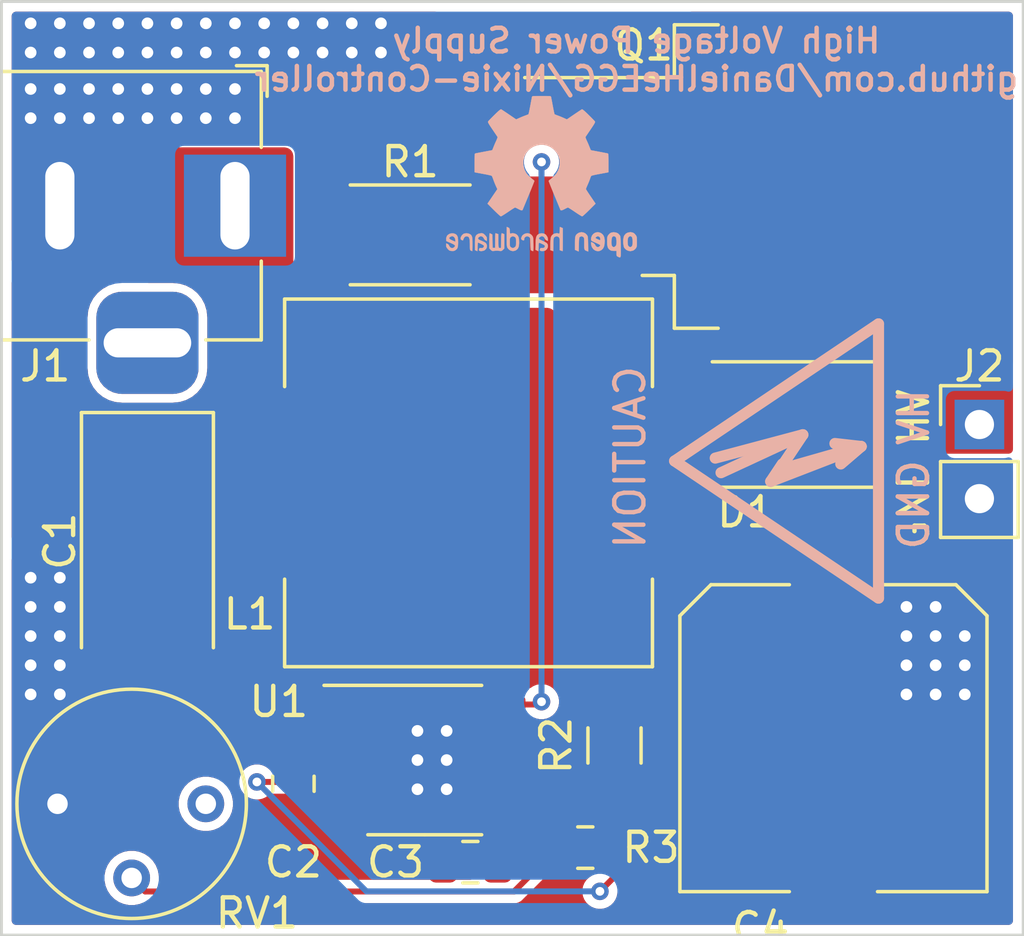
<source format=kicad_pcb>
(kicad_pcb (version 20171130) (host pcbnew "(5.1.5-131-g305ed0b65)-1")

  (general
    (thickness 1.6)
    (drawings 9)
    (tracks 99)
    (zones 0)
    (modules 16)
    (nets 11)
  )

  (page A4)
  (layers
    (0 F.Cu signal hide)
    (31 B.Cu signal)
    (32 B.Adhes user)
    (33 F.Adhes user)
    (34 B.Paste user)
    (35 F.Paste user)
    (36 B.SilkS user)
    (37 F.SilkS user)
    (38 B.Mask user)
    (39 F.Mask user)
    (40 Dwgs.User user)
    (41 Cmts.User user)
    (42 Eco1.User user)
    (43 Eco2.User user)
    (44 Edge.Cuts user)
    (45 Margin user)
    (46 B.CrtYd user hide)
    (47 F.CrtYd user hide)
    (48 B.Fab user hide)
    (49 F.Fab user hide)
  )

  (setup
    (last_trace_width 0.2032)
    (user_trace_width 2.54)
    (trace_clearance 0.2032)
    (zone_clearance 0.3)
    (zone_45_only no)
    (trace_min 0.2)
    (via_size 0.8)
    (via_drill 0.4)
    (via_min_size 0.4)
    (via_min_drill 0.3)
    (uvia_size 0.3)
    (uvia_drill 0.1)
    (uvias_allowed no)
    (uvia_min_size 0.2)
    (uvia_min_drill 0.1)
    (edge_width 0.1)
    (segment_width 0.2)
    (pcb_text_width 0.3)
    (pcb_text_size 1.5 1.5)
    (mod_edge_width 0.15)
    (mod_text_size 1 1)
    (mod_text_width 0.15)
    (pad_size 1.524 1.524)
    (pad_drill 0.762)
    (pad_to_mask_clearance 0)
    (aux_axis_origin 0 0)
    (visible_elements FFFFFF7F)
    (pcbplotparams
      (layerselection 0x010fc_ffffffff)
      (usegerberextensions false)
      (usegerberattributes true)
      (usegerberadvancedattributes true)
      (creategerberjobfile false)
      (excludeedgelayer true)
      (linewidth 0.100000)
      (plotframeref false)
      (viasonmask false)
      (mode 1)
      (useauxorigin false)
      (hpglpennumber 1)
      (hpglpenspeed 20)
      (hpglpendiameter 15.000000)
      (psnegative false)
      (psa4output false)
      (plotreference true)
      (plotvalue true)
      (plotinvisibletext false)
      (padsonsilk false)
      (subtractmaskfromsilk false)
      (outputformat 1)
      (mirror false)
      (drillshape 0)
      (scaleselection 1)
      (outputdirectory "Gerber/"))
  )

  (net 0 "")
  (net 1 +12V)
  (net 2 GND)
  (net 3 "Net-(C3-Pad1)")
  (net 4 +180V)
  (net 5 "Net-(D1-Pad2)")
  (net 6 "Net-(Q1-Pad1)")
  (net 7 "Net-(Q1-Pad3)")
  (net 8 "Net-(R2-Pad2)")
  (net 9 "Net-(R3-Pad2)")
  (net 10 "Net-(RV1-Pad1)")

  (net_class Default "This is the default net class."
    (clearance 0.2032)
    (trace_width 0.2032)
    (via_dia 0.8)
    (via_drill 0.4)
    (uvia_dia 0.3)
    (uvia_drill 0.1)
    (add_net +12V)
    (add_net +180V)
    (add_net GND)
    (add_net "Net-(C3-Pad1)")
    (add_net "Net-(D1-Pad2)")
    (add_net "Net-(Q1-Pad1)")
    (add_net "Net-(Q1-Pad3)")
    (add_net "Net-(R2-Pad2)")
    (add_net "Net-(R3-Pad2)")
    (add_net "Net-(RV1-Pad1)")
  )

  (module Capacitor_SMD:CP_Elec_10x10 (layer F.Cu) (tedit 5EAC452D) (tstamp 5EAC3CB9)
    (at 124.5 55.25 270)
    (descr "SMD capacitor, aluminum electrolytic, Nichicon, 10.0x10.0mm")
    (tags "capacitor electrolytic")
    (path /5E9C4E0A)
    (attr smd)
    (fp_text reference C4 (at 6.5 2.5 180) (layer F.SilkS)
      (effects (font (size 1 1) (thickness 0.15)))
    )
    (fp_text value 10uF,250V (at 0 6.2 270) (layer F.Fab)
      (effects (font (size 1 1) (thickness 0.15)))
    )
    (fp_line (start -6.25 1.5) (end -5.4 1.5) (layer F.CrtYd) (width 0.05))
    (fp_line (start -6.25 -1.5) (end -6.25 1.5) (layer F.CrtYd) (width 0.05))
    (fp_line (start -5.4 -1.5) (end -6.25 -1.5) (layer F.CrtYd) (width 0.05))
    (fp_line (start -5.4 1.5) (end -5.4 4.25) (layer F.CrtYd) (width 0.05))
    (fp_line (start -5.4 -4.25) (end -5.4 -1.5) (layer F.CrtYd) (width 0.05))
    (fp_line (start -5.4 -4.25) (end -4.25 -5.4) (layer F.CrtYd) (width 0.05))
    (fp_line (start -5.4 4.25) (end -4.25 5.4) (layer F.CrtYd) (width 0.05))
    (fp_line (start -4.25 -5.4) (end 5.4 -5.4) (layer F.CrtYd) (width 0.05))
    (fp_line (start -4.25 5.4) (end 5.4 5.4) (layer F.CrtYd) (width 0.05))
    (fp_line (start 5.4 1.5) (end 5.4 5.4) (layer F.CrtYd) (width 0.05))
    (fp_line (start 6.25 1.5) (end 5.4 1.5) (layer F.CrtYd) (width 0.05))
    (fp_line (start 6.25 -1.5) (end 6.25 1.5) (layer F.CrtYd) (width 0.05))
    (fp_line (start 5.4 -1.5) (end 6.25 -1.5) (layer F.CrtYd) (width 0.05))
    (fp_line (start 5.4 -5.4) (end 5.4 -1.5) (layer F.CrtYd) (width 0.05))
    (fp_line (start -5.26 4.195563) (end -4.195563 5.26) (layer F.SilkS) (width 0.12))
    (fp_line (start -5.26 -4.195563) (end -4.195563 -5.26) (layer F.SilkS) (width 0.12))
    (fp_line (start -5.26 -4.195563) (end -5.26 -1.51) (layer F.SilkS) (width 0.12))
    (fp_line (start -5.26 4.195563) (end -5.26 1.51) (layer F.SilkS) (width 0.12))
    (fp_line (start -4.195563 5.26) (end 5.26 5.26) (layer F.SilkS) (width 0.12))
    (fp_line (start -4.195563 -5.26) (end 5.26 -5.26) (layer F.SilkS) (width 0.12))
    (fp_line (start 5.26 -5.26) (end 5.26 -1.51) (layer F.SilkS) (width 0.12))
    (fp_line (start 5.26 5.26) (end 5.26 1.51) (layer F.SilkS) (width 0.12))
    (fp_line (start -4.058325 -2.2) (end -4.058325 -1.2) (layer F.Fab) (width 0.1))
    (fp_line (start -4.558325 -1.7) (end -3.558325 -1.7) (layer F.Fab) (width 0.1))
    (fp_line (start -5.15 4.15) (end -4.15 5.15) (layer F.Fab) (width 0.1))
    (fp_line (start -5.15 -4.15) (end -4.15 -5.15) (layer F.Fab) (width 0.1))
    (fp_line (start -5.15 -4.15) (end -5.15 4.15) (layer F.Fab) (width 0.1))
    (fp_line (start -4.15 5.15) (end 5.15 5.15) (layer F.Fab) (width 0.1))
    (fp_line (start -4.15 -5.15) (end 5.15 -5.15) (layer F.Fab) (width 0.1))
    (fp_line (start 5.15 -5.15) (end 5.15 5.15) (layer F.Fab) (width 0.1))
    (fp_circle (center 0 0) (end 5 0) (layer F.Fab) (width 0.1))
    (fp_text user %R (at 0 0 270) (layer F.Fab)
      (effects (font (size 1 1) (thickness 0.15)))
    )
    (pad 1 smd roundrect (at -4 0 270) (size 4 2.5) (layers F.Cu F.Paste F.Mask) (roundrect_rratio 0.1)
      (net 4 +180V))
    (pad 2 smd roundrect (at 4 0 270) (size 4 2.5) (layers F.Cu F.Paste F.Mask) (roundrect_rratio 0.1)
      (net 2 GND))
    (model ${KISYS3DMOD}/Capacitor_SMD.3dshapes/CP_Elec_10x10.wrl
      (at (xyz 0 0 0))
      (scale (xyz 1 1 1))
      (rotate (xyz 0 0 0))
    )
  )

  (module Symbol:Symbol_HighVoltage_Type2_CopperTop_VerySmall (layer B.Cu) (tedit 5EAC42E3) (tstamp 5EACDF1C)
    (at 123.25 45.75 270)
    (descr "Symbol, High Voltage, Type 2, Copper Top, Very Small,")
    (tags "Symbol, High Voltage, Type 2, Copper Top, Very Small,")
    (attr virtual)
    (fp_text reference CAUTION (at -0.127 5.715 90) (layer B.SilkS)
      (effects (font (size 1 1) (thickness 0.15)) (justify mirror))
    )
    (fp_text value Symbol_HighVoltage_Type2_CopperTop_VerySmall (at -0.381 -4.572 90) (layer B.Fab)
      (effects (font (size 1 1) (thickness 0.15)) (justify mirror))
    )
    (fp_line (start -0.49784 -2.19964) (end 0.70104 0.89916) (layer B.SilkS) (width 0.381))
    (fp_line (start 0.70104 0.89916) (end 0.1016 0.50038) (layer B.SilkS) (width 0.381))
    (fp_line (start -0.89916 -0.20066) (end 0.40132 2.60096) (layer B.SilkS) (width 0.381))
    (fp_line (start -0.49784 -2.19964) (end 0.1016 -1.50114) (layer B.SilkS) (width 0.381))
    (fp_line (start -0.09906 2.79908) (end -0.89916 -0.20066) (layer B.SilkS) (width 0.381))
    (fp_line (start -0.89916 -0.20066) (end 0.29972 0.59944) (layer B.SilkS) (width 0.381))
    (fp_line (start 0.29972 0.59944) (end -0.49784 -2.19964) (layer B.SilkS) (width 0.381))
    (fp_line (start -0.49784 -2.19964) (end -0.59944 -1.30048) (layer B.SilkS) (width 0.381))
    (fp_line (start 0 4.191) (end 4.699 -2.794) (layer B.SilkS) (width 0.381))
    (fp_line (start 4.699 -2.794) (end -4.699 -2.794) (layer B.SilkS) (width 0.381))
    (fp_line (start -4.699 -2.794) (end 0 4.191) (layer B.SilkS) (width 0.381))
  )

  (module Symbol:OSHW-Logo2_7.3x6mm_SilkScreen (layer B.Cu) (tedit 0) (tstamp 5EACDB67)
    (at 114.5 36 180)
    (descr "Open Source Hardware Symbol")
    (tags "Logo Symbol OSHW")
    (attr virtual)
    (fp_text reference REF** (at 0 0) (layer B.SilkS) hide
      (effects (font (size 1 1) (thickness 0.15)) (justify mirror))
    )
    (fp_text value OSHW-Logo2_7.3x6mm_SilkScreen (at 0.75 0) (layer B.Fab) hide
      (effects (font (size 1 1) (thickness 0.15)) (justify mirror))
    )
    (fp_poly (pts (xy -2.400256 -1.919918) (xy -2.344799 -1.947568) (xy -2.295852 -1.99848) (xy -2.282371 -2.017338)
      (xy -2.267686 -2.042015) (xy -2.258158 -2.068816) (xy -2.252707 -2.104587) (xy -2.250253 -2.156169)
      (xy -2.249714 -2.224267) (xy -2.252148 -2.317588) (xy -2.260606 -2.387657) (xy -2.276826 -2.439931)
      (xy -2.302546 -2.479869) (xy -2.339503 -2.512929) (xy -2.342218 -2.514886) (xy -2.37864 -2.534908)
      (xy -2.422498 -2.544815) (xy -2.478276 -2.547257) (xy -2.568952 -2.547257) (xy -2.56899 -2.635283)
      (xy -2.569834 -2.684308) (xy -2.574976 -2.713065) (xy -2.588413 -2.730311) (xy -2.614142 -2.744808)
      (xy -2.620321 -2.747769) (xy -2.649236 -2.761648) (xy -2.671624 -2.770414) (xy -2.688271 -2.771171)
      (xy -2.699964 -2.761023) (xy -2.70749 -2.737073) (xy -2.711634 -2.696426) (xy -2.713185 -2.636186)
      (xy -2.712929 -2.553455) (xy -2.711651 -2.445339) (xy -2.711252 -2.413) (xy -2.709815 -2.301524)
      (xy -2.708528 -2.228603) (xy -2.569029 -2.228603) (xy -2.568245 -2.290499) (xy -2.56476 -2.330997)
      (xy -2.556876 -2.357708) (xy -2.542895 -2.378244) (xy -2.533403 -2.38826) (xy -2.494596 -2.417567)
      (xy -2.460237 -2.419952) (xy -2.424784 -2.39575) (xy -2.423886 -2.394857) (xy -2.409461 -2.376153)
      (xy -2.400687 -2.350732) (xy -2.396261 -2.311584) (xy -2.394882 -2.251697) (xy -2.394857 -2.23843)
      (xy -2.398188 -2.155901) (xy -2.409031 -2.098691) (xy -2.42866 -2.063766) (xy -2.45835 -2.048094)
      (xy -2.475509 -2.046514) (xy -2.516234 -2.053926) (xy -2.544168 -2.07833) (xy -2.560983 -2.12298)
      (xy -2.56835 -2.19113) (xy -2.569029 -2.228603) (xy -2.708528 -2.228603) (xy -2.708292 -2.215245)
      (xy -2.706323 -2.150333) (xy -2.70355 -2.102958) (xy -2.699612 -2.06929) (xy -2.694151 -2.045498)
      (xy -2.686808 -2.027753) (xy -2.677223 -2.012224) (xy -2.673113 -2.006381) (xy -2.618595 -1.951185)
      (xy -2.549664 -1.91989) (xy -2.469928 -1.911165) (xy -2.400256 -1.919918)) (layer B.SilkS) (width 0.01))
    (fp_poly (pts (xy -1.283907 -1.92778) (xy -1.237328 -1.954723) (xy -1.204943 -1.981466) (xy -1.181258 -2.009484)
      (xy -1.164941 -2.043748) (xy -1.154661 -2.089227) (xy -1.149086 -2.150892) (xy -1.146884 -2.233711)
      (xy -1.146629 -2.293246) (xy -1.146629 -2.512391) (xy -1.208314 -2.540044) (xy -1.27 -2.567697)
      (xy -1.277257 -2.32767) (xy -1.280256 -2.238028) (xy -1.283402 -2.172962) (xy -1.287299 -2.128026)
      (xy -1.292553 -2.09877) (xy -1.299769 -2.080748) (xy -1.30955 -2.069511) (xy -1.312688 -2.067079)
      (xy -1.360239 -2.048083) (xy -1.408303 -2.0556) (xy -1.436914 -2.075543) (xy -1.448553 -2.089675)
      (xy -1.456609 -2.10822) (xy -1.461729 -2.136334) (xy -1.464559 -2.179173) (xy -1.465744 -2.241895)
      (xy -1.465943 -2.307261) (xy -1.465982 -2.389268) (xy -1.467386 -2.447316) (xy -1.472086 -2.486465)
      (xy -1.482013 -2.51178) (xy -1.499097 -2.528323) (xy -1.525268 -2.541156) (xy -1.560225 -2.554491)
      (xy -1.598404 -2.569007) (xy -1.593859 -2.311389) (xy -1.592029 -2.218519) (xy -1.589888 -2.149889)
      (xy -1.586819 -2.100711) (xy -1.582206 -2.066198) (xy -1.575432 -2.041562) (xy -1.565881 -2.022016)
      (xy -1.554366 -2.00477) (xy -1.49881 -1.94968) (xy -1.43102 -1.917822) (xy -1.357287 -1.910191)
      (xy -1.283907 -1.92778)) (layer B.SilkS) (width 0.01))
    (fp_poly (pts (xy -2.958885 -1.921962) (xy -2.890855 -1.957733) (xy -2.840649 -2.015301) (xy -2.822815 -2.052312)
      (xy -2.808937 -2.107882) (xy -2.801833 -2.178096) (xy -2.80116 -2.254727) (xy -2.806573 -2.329552)
      (xy -2.81773 -2.394342) (xy -2.834286 -2.440873) (xy -2.839374 -2.448887) (xy -2.899645 -2.508707)
      (xy -2.971231 -2.544535) (xy -3.048908 -2.55502) (xy -3.127452 -2.53881) (xy -3.149311 -2.529092)
      (xy -3.191878 -2.499143) (xy -3.229237 -2.459433) (xy -3.232768 -2.454397) (xy -3.247119 -2.430124)
      (xy -3.256606 -2.404178) (xy -3.26221 -2.370022) (xy -3.264914 -2.321119) (xy -3.265701 -2.250935)
      (xy -3.265714 -2.2352) (xy -3.265678 -2.230192) (xy -3.120571 -2.230192) (xy -3.119727 -2.29643)
      (xy -3.116404 -2.340386) (xy -3.109417 -2.368779) (xy -3.097584 -2.388325) (xy -3.091543 -2.394857)
      (xy -3.056814 -2.41968) (xy -3.023097 -2.418548) (xy -2.989005 -2.397016) (xy -2.968671 -2.374029)
      (xy -2.956629 -2.340478) (xy -2.949866 -2.287569) (xy -2.949402 -2.281399) (xy -2.948248 -2.185513)
      (xy -2.960312 -2.114299) (xy -2.98543 -2.068194) (xy -3.02344 -2.047635) (xy -3.037008 -2.046514)
      (xy -3.072636 -2.052152) (xy -3.097006 -2.071686) (xy -3.111907 -2.109042) (xy -3.119125 -2.16815)
      (xy -3.120571 -2.230192) (xy -3.265678 -2.230192) (xy -3.265174 -2.160413) (xy -3.262904 -2.108159)
      (xy -3.257932 -2.071949) (xy -3.249287 -2.045299) (xy -3.235995 -2.021722) (xy -3.233057 -2.017338)
      (xy -3.183687 -1.958249) (xy -3.129891 -1.923947) (xy -3.064398 -1.910331) (xy -3.042158 -1.909665)
      (xy -2.958885 -1.921962)) (layer B.SilkS) (width 0.01))
    (fp_poly (pts (xy -1.831697 -1.931239) (xy -1.774473 -1.969735) (xy -1.730251 -2.025335) (xy -1.703833 -2.096086)
      (xy -1.69849 -2.148162) (xy -1.699097 -2.169893) (xy -1.704178 -2.186531) (xy -1.718145 -2.201437)
      (xy -1.745411 -2.217973) (xy -1.790388 -2.239498) (xy -1.857489 -2.269374) (xy -1.857829 -2.269524)
      (xy -1.919593 -2.297813) (xy -1.970241 -2.322933) (xy -2.004596 -2.342179) (xy -2.017482 -2.352848)
      (xy -2.017486 -2.352934) (xy -2.006128 -2.376166) (xy -1.979569 -2.401774) (xy -1.949077 -2.420221)
      (xy -1.93363 -2.423886) (xy -1.891485 -2.411212) (xy -1.855192 -2.379471) (xy -1.837483 -2.344572)
      (xy -1.820448 -2.318845) (xy -1.787078 -2.289546) (xy -1.747851 -2.264235) (xy -1.713244 -2.250471)
      (xy -1.706007 -2.249714) (xy -1.697861 -2.26216) (xy -1.69737 -2.293972) (xy -1.703357 -2.336866)
      (xy -1.714643 -2.382558) (xy -1.73005 -2.422761) (xy -1.730829 -2.424322) (xy -1.777196 -2.489062)
      (xy -1.837289 -2.533097) (xy -1.905535 -2.554711) (xy -1.976362 -2.552185) (xy -2.044196 -2.523804)
      (xy -2.047212 -2.521808) (xy -2.100573 -2.473448) (xy -2.13566 -2.410352) (xy -2.155078 -2.327387)
      (xy -2.157684 -2.304078) (xy -2.162299 -2.194055) (xy -2.156767 -2.142748) (xy -2.017486 -2.142748)
      (xy -2.015676 -2.174753) (xy -2.005778 -2.184093) (xy -1.981102 -2.177105) (xy -1.942205 -2.160587)
      (xy -1.898725 -2.139881) (xy -1.897644 -2.139333) (xy -1.860791 -2.119949) (xy -1.846 -2.107013)
      (xy -1.849647 -2.093451) (xy -1.865005 -2.075632) (xy -1.904077 -2.049845) (xy -1.946154 -2.04795)
      (xy -1.983897 -2.066717) (xy -2.009966 -2.102915) (xy -2.017486 -2.142748) (xy -2.156767 -2.142748)
      (xy -2.152806 -2.106027) (xy -2.12845 -2.036212) (xy -2.094544 -1.987302) (xy -2.033347 -1.937878)
      (xy -1.965937 -1.913359) (xy -1.89712 -1.911797) (xy -1.831697 -1.931239)) (layer B.SilkS) (width 0.01))
    (fp_poly (pts (xy -0.624114 -1.851289) (xy -0.619861 -1.910613) (xy -0.614975 -1.945572) (xy -0.608205 -1.96082)
      (xy -0.598298 -1.961015) (xy -0.595086 -1.959195) (xy -0.552356 -1.946015) (xy -0.496773 -1.946785)
      (xy -0.440263 -1.960333) (xy -0.404918 -1.977861) (xy -0.368679 -2.005861) (xy -0.342187 -2.037549)
      (xy -0.324001 -2.077813) (xy -0.312678 -2.131543) (xy -0.306778 -2.203626) (xy -0.304857 -2.298951)
      (xy -0.304823 -2.317237) (xy -0.3048 -2.522646) (xy -0.350509 -2.53858) (xy -0.382973 -2.54942)
      (xy -0.400785 -2.554468) (xy -0.401309 -2.554514) (xy -0.403063 -2.540828) (xy -0.404556 -2.503076)
      (xy -0.405674 -2.446224) (xy -0.406303 -2.375234) (xy -0.4064 -2.332073) (xy -0.406602 -2.246973)
      (xy -0.407642 -2.185981) (xy -0.410169 -2.144177) (xy -0.414836 -2.116642) (xy -0.422293 -2.098456)
      (xy -0.433189 -2.084698) (xy -0.439993 -2.078073) (xy -0.486728 -2.051375) (xy -0.537728 -2.049375)
      (xy -0.583999 -2.071955) (xy -0.592556 -2.080107) (xy -0.605107 -2.095436) (xy -0.613812 -2.113618)
      (xy -0.619369 -2.139909) (xy -0.622474 -2.179562) (xy -0.623824 -2.237832) (xy -0.624114 -2.318173)
      (xy -0.624114 -2.522646) (xy -0.669823 -2.53858) (xy -0.702287 -2.54942) (xy -0.720099 -2.554468)
      (xy -0.720623 -2.554514) (xy -0.721963 -2.540623) (xy -0.723172 -2.501439) (xy -0.724199 -2.4407)
      (xy -0.724998 -2.362141) (xy -0.725519 -2.269498) (xy -0.725714 -2.166509) (xy -0.725714 -1.769342)
      (xy -0.678543 -1.749444) (xy -0.631371 -1.729547) (xy -0.624114 -1.851289)) (layer B.SilkS) (width 0.01))
    (fp_poly (pts (xy 0.039744 -1.950968) (xy 0.096616 -1.972087) (xy 0.097267 -1.972493) (xy 0.13244 -1.99838)
      (xy 0.158407 -2.028633) (xy 0.17667 -2.068058) (xy 0.188732 -2.121462) (xy 0.196096 -2.193651)
      (xy 0.200264 -2.289432) (xy 0.200629 -2.303078) (xy 0.205876 -2.508842) (xy 0.161716 -2.531678)
      (xy 0.129763 -2.54711) (xy 0.11047 -2.554423) (xy 0.109578 -2.554514) (xy 0.106239 -2.541022)
      (xy 0.103587 -2.504626) (xy 0.101956 -2.451452) (xy 0.1016 -2.408393) (xy 0.101592 -2.338641)
      (xy 0.098403 -2.294837) (xy 0.087288 -2.273944) (xy 0.063501 -2.272925) (xy 0.022296 -2.288741)
      (xy -0.039914 -2.317815) (xy -0.085659 -2.341963) (xy -0.109187 -2.362913) (xy -0.116104 -2.385747)
      (xy -0.116114 -2.386877) (xy -0.104701 -2.426212) (xy -0.070908 -2.447462) (xy -0.019191 -2.450539)
      (xy 0.018061 -2.450006) (xy 0.037703 -2.460735) (xy 0.049952 -2.486505) (xy 0.057002 -2.519337)
      (xy 0.046842 -2.537966) (xy 0.043017 -2.540632) (xy 0.007001 -2.55134) (xy -0.043434 -2.552856)
      (xy -0.095374 -2.545759) (xy -0.132178 -2.532788) (xy -0.183062 -2.489585) (xy -0.211986 -2.429446)
      (xy -0.217714 -2.382462) (xy -0.213343 -2.340082) (xy -0.197525 -2.305488) (xy -0.166203 -2.274763)
      (xy -0.115322 -2.24399) (xy -0.040824 -2.209252) (xy -0.036286 -2.207288) (xy 0.030821 -2.176287)
      (xy 0.072232 -2.150862) (xy 0.089981 -2.128014) (xy 0.086107 -2.104745) (xy 0.062643 -2.078056)
      (xy 0.055627 -2.071914) (xy 0.00863 -2.0481) (xy -0.040067 -2.049103) (xy -0.082478 -2.072451)
      (xy -0.110616 -2.115675) (xy -0.113231 -2.12416) (xy -0.138692 -2.165308) (xy -0.170999 -2.185128)
      (xy -0.217714 -2.20477) (xy -0.217714 -2.15395) (xy -0.203504 -2.080082) (xy -0.161325 -2.012327)
      (xy -0.139376 -1.989661) (xy -0.089483 -1.960569) (xy -0.026033 -1.9474) (xy 0.039744 -1.950968)) (layer B.SilkS) (width 0.01))
    (fp_poly (pts (xy 0.529926 -1.949755) (xy 0.595858 -1.974084) (xy 0.649273 -2.017117) (xy 0.670164 -2.047409)
      (xy 0.692939 -2.102994) (xy 0.692466 -2.143186) (xy 0.668562 -2.170217) (xy 0.659717 -2.174813)
      (xy 0.62153 -2.189144) (xy 0.602028 -2.185472) (xy 0.595422 -2.161407) (xy 0.595086 -2.148114)
      (xy 0.582992 -2.09921) (xy 0.551471 -2.064999) (xy 0.507659 -2.048476) (xy 0.458695 -2.052634)
      (xy 0.418894 -2.074227) (xy 0.40545 -2.086544) (xy 0.395921 -2.101487) (xy 0.389485 -2.124075)
      (xy 0.385317 -2.159328) (xy 0.382597 -2.212266) (xy 0.380502 -2.287907) (xy 0.37996 -2.311857)
      (xy 0.377981 -2.39379) (xy 0.375731 -2.451455) (xy 0.372357 -2.489608) (xy 0.367006 -2.513004)
      (xy 0.358824 -2.526398) (xy 0.346959 -2.534545) (xy 0.339362 -2.538144) (xy 0.307102 -2.550452)
      (xy 0.288111 -2.554514) (xy 0.281836 -2.540948) (xy 0.278006 -2.499934) (xy 0.2766 -2.430999)
      (xy 0.277598 -2.333669) (xy 0.277908 -2.318657) (xy 0.280101 -2.229859) (xy 0.282693 -2.165019)
      (xy 0.286382 -2.119067) (xy 0.291864 -2.086935) (xy 0.299835 -2.063553) (xy 0.310993 -2.043852)
      (xy 0.31683 -2.03541) (xy 0.350296 -1.998057) (xy 0.387727 -1.969003) (xy 0.392309 -1.966467)
      (xy 0.459426 -1.946443) (xy 0.529926 -1.949755)) (layer B.SilkS) (width 0.01))
    (fp_poly (pts (xy 1.190117 -2.065358) (xy 1.189933 -2.173837) (xy 1.189219 -2.257287) (xy 1.187675 -2.319704)
      (xy 1.185001 -2.365085) (xy 1.180894 -2.397429) (xy 1.175055 -2.420733) (xy 1.167182 -2.438995)
      (xy 1.161221 -2.449418) (xy 1.111855 -2.505945) (xy 1.049264 -2.541377) (xy 0.980013 -2.55409)
      (xy 0.910668 -2.542463) (xy 0.869375 -2.521568) (xy 0.826025 -2.485422) (xy 0.796481 -2.441276)
      (xy 0.778655 -2.383462) (xy 0.770463 -2.306313) (xy 0.769302 -2.249714) (xy 0.769458 -2.245647)
      (xy 0.870857 -2.245647) (xy 0.871476 -2.31055) (xy 0.874314 -2.353514) (xy 0.88084 -2.381622)
      (xy 0.892523 -2.401953) (xy 0.906483 -2.417288) (xy 0.953365 -2.44689) (xy 1.003701 -2.449419)
      (xy 1.051276 -2.424705) (xy 1.054979 -2.421356) (xy 1.070783 -2.403935) (xy 1.080693 -2.383209)
      (xy 1.086058 -2.352362) (xy 1.088228 -2.304577) (xy 1.088571 -2.251748) (xy 1.087827 -2.185381)
      (xy 1.084748 -2.141106) (xy 1.078061 -2.112009) (xy 1.066496 -2.091173) (xy 1.057013 -2.080107)
      (xy 1.01296 -2.052198) (xy 0.962224 -2.048843) (xy 0.913796 -2.070159) (xy 0.90445 -2.078073)
      (xy 0.88854 -2.095647) (xy 0.87861 -2.116587) (xy 0.873278 -2.147782) (xy 0.871163 -2.196122)
      (xy 0.870857 -2.245647) (xy 0.769458 -2.245647) (xy 0.77281 -2.158568) (xy 0.784726 -2.090086)
      (xy 0.807135 -2.0386) (xy 0.842124 -1.998443) (xy 0.869375 -1.977861) (xy 0.918907 -1.955625)
      (xy 0.976316 -1.945304) (xy 1.029682 -1.948067) (xy 1.059543 -1.959212) (xy 1.071261 -1.962383)
      (xy 1.079037 -1.950557) (xy 1.084465 -1.918866) (xy 1.088571 -1.870593) (xy 1.093067 -1.816829)
      (xy 1.099313 -1.784482) (xy 1.110676 -1.765985) (xy 1.130528 -1.75377) (xy 1.143 -1.748362)
      (xy 1.190171 -1.728601) (xy 1.190117 -2.065358)) (layer B.SilkS) (width 0.01))
    (fp_poly (pts (xy 1.779833 -1.958663) (xy 1.782048 -1.99685) (xy 1.783784 -2.054886) (xy 1.784899 -2.12818)
      (xy 1.785257 -2.205055) (xy 1.785257 -2.465196) (xy 1.739326 -2.511127) (xy 1.707675 -2.539429)
      (xy 1.67989 -2.550893) (xy 1.641915 -2.550168) (xy 1.62684 -2.548321) (xy 1.579726 -2.542948)
      (xy 1.540756 -2.539869) (xy 1.531257 -2.539585) (xy 1.499233 -2.541445) (xy 1.453432 -2.546114)
      (xy 1.435674 -2.548321) (xy 1.392057 -2.551735) (xy 1.362745 -2.54432) (xy 1.33368 -2.521427)
      (xy 1.323188 -2.511127) (xy 1.277257 -2.465196) (xy 1.277257 -1.978602) (xy 1.314226 -1.961758)
      (xy 1.346059 -1.949282) (xy 1.364683 -1.944914) (xy 1.369458 -1.958718) (xy 1.373921 -1.997286)
      (xy 1.377775 -2.056356) (xy 1.380722 -2.131663) (xy 1.382143 -2.195286) (xy 1.386114 -2.445657)
      (xy 1.420759 -2.450556) (xy 1.452268 -2.447131) (xy 1.467708 -2.436041) (xy 1.472023 -2.415308)
      (xy 1.475708 -2.371145) (xy 1.478469 -2.309146) (xy 1.480012 -2.234909) (xy 1.480235 -2.196706)
      (xy 1.480457 -1.976783) (xy 1.526166 -1.960849) (xy 1.558518 -1.950015) (xy 1.576115 -1.944962)
      (xy 1.576623 -1.944914) (xy 1.578388 -1.958648) (xy 1.580329 -1.99673) (xy 1.582282 -2.054482)
      (xy 1.584084 -2.127227) (xy 1.585343 -2.195286) (xy 1.589314 -2.445657) (xy 1.6764 -2.445657)
      (xy 1.680396 -2.21724) (xy 1.684392 -1.988822) (xy 1.726847 -1.966868) (xy 1.758192 -1.951793)
      (xy 1.776744 -1.944951) (xy 1.777279 -1.944914) (xy 1.779833 -1.958663)) (layer B.SilkS) (width 0.01))
    (fp_poly (pts (xy 2.144876 -1.956335) (xy 2.186667 -1.975344) (xy 2.219469 -1.998378) (xy 2.243503 -2.024133)
      (xy 2.260097 -2.057358) (xy 2.270577 -2.1028) (xy 2.276271 -2.165207) (xy 2.278507 -2.249327)
      (xy 2.278743 -2.304721) (xy 2.278743 -2.520826) (xy 2.241774 -2.53767) (xy 2.212656 -2.549981)
      (xy 2.198231 -2.554514) (xy 2.195472 -2.541025) (xy 2.193282 -2.504653) (xy 2.191942 -2.451542)
      (xy 2.191657 -2.409372) (xy 2.190434 -2.348447) (xy 2.187136 -2.300115) (xy 2.182321 -2.270518)
      (xy 2.178496 -2.264229) (xy 2.152783 -2.270652) (xy 2.112418 -2.287125) (xy 2.065679 -2.309458)
      (xy 2.020845 -2.333457) (xy 1.986193 -2.35493) (xy 1.970002 -2.369685) (xy 1.969938 -2.369845)
      (xy 1.97133 -2.397152) (xy 1.983818 -2.423219) (xy 2.005743 -2.444392) (xy 2.037743 -2.451474)
      (xy 2.065092 -2.450649) (xy 2.103826 -2.450042) (xy 2.124158 -2.459116) (xy 2.136369 -2.483092)
      (xy 2.137909 -2.487613) (xy 2.143203 -2.521806) (xy 2.129047 -2.542568) (xy 2.092148 -2.552462)
      (xy 2.052289 -2.554292) (xy 1.980562 -2.540727) (xy 1.943432 -2.521355) (xy 1.897576 -2.475845)
      (xy 1.873256 -2.419983) (xy 1.871073 -2.360957) (xy 1.891629 -2.305953) (xy 1.922549 -2.271486)
      (xy 1.95342 -2.252189) (xy 2.001942 -2.227759) (xy 2.058485 -2.202985) (xy 2.06791 -2.199199)
      (xy 2.130019 -2.171791) (xy 2.165822 -2.147634) (xy 2.177337 -2.123619) (xy 2.16658 -2.096635)
      (xy 2.148114 -2.075543) (xy 2.104469 -2.049572) (xy 2.056446 -2.047624) (xy 2.012406 -2.067637)
      (xy 1.980709 -2.107551) (xy 1.976549 -2.117848) (xy 1.952327 -2.155724) (xy 1.916965 -2.183842)
      (xy 1.872343 -2.206917) (xy 1.872343 -2.141485) (xy 1.874969 -2.101506) (xy 1.88623 -2.069997)
      (xy 1.911199 -2.036378) (xy 1.935169 -2.010484) (xy 1.972441 -1.973817) (xy 2.001401 -1.954121)
      (xy 2.032505 -1.94622) (xy 2.067713 -1.944914) (xy 2.144876 -1.956335)) (layer B.SilkS) (width 0.01))
    (fp_poly (pts (xy 2.6526 -1.958752) (xy 2.669948 -1.966334) (xy 2.711356 -1.999128) (xy 2.746765 -2.046547)
      (xy 2.768664 -2.097151) (xy 2.772229 -2.122098) (xy 2.760279 -2.156927) (xy 2.734067 -2.175357)
      (xy 2.705964 -2.186516) (xy 2.693095 -2.188572) (xy 2.686829 -2.173649) (xy 2.674456 -2.141175)
      (xy 2.669028 -2.126502) (xy 2.63859 -2.075744) (xy 2.59452 -2.050427) (xy 2.53801 -2.051206)
      (xy 2.533825 -2.052203) (xy 2.503655 -2.066507) (xy 2.481476 -2.094393) (xy 2.466327 -2.139287)
      (xy 2.45725 -2.204615) (xy 2.453286 -2.293804) (xy 2.452914 -2.341261) (xy 2.45273 -2.416071)
      (xy 2.451522 -2.467069) (xy 2.448309 -2.499471) (xy 2.442109 -2.518495) (xy 2.43194 -2.529356)
      (xy 2.416819 -2.537272) (xy 2.415946 -2.53767) (xy 2.386828 -2.549981) (xy 2.372403 -2.554514)
      (xy 2.370186 -2.540809) (xy 2.368289 -2.502925) (xy 2.366847 -2.445715) (xy 2.365998 -2.374027)
      (xy 2.365829 -2.321565) (xy 2.366692 -2.220047) (xy 2.37007 -2.143032) (xy 2.377142 -2.086023)
      (xy 2.389088 -2.044526) (xy 2.40709 -2.014043) (xy 2.432327 -1.99008) (xy 2.457247 -1.973355)
      (xy 2.517171 -1.951097) (xy 2.586911 -1.946076) (xy 2.6526 -1.958752)) (layer B.SilkS) (width 0.01))
    (fp_poly (pts (xy 3.153595 -1.966966) (xy 3.211021 -2.004497) (xy 3.238719 -2.038096) (xy 3.260662 -2.099064)
      (xy 3.262405 -2.147308) (xy 3.258457 -2.211816) (xy 3.109686 -2.276934) (xy 3.037349 -2.310202)
      (xy 2.990084 -2.336964) (xy 2.965507 -2.360144) (xy 2.961237 -2.382667) (xy 2.974889 -2.407455)
      (xy 2.989943 -2.423886) (xy 3.033746 -2.450235) (xy 3.081389 -2.452081) (xy 3.125145 -2.431546)
      (xy 3.157289 -2.390752) (xy 3.163038 -2.376347) (xy 3.190576 -2.331356) (xy 3.222258 -2.312182)
      (xy 3.265714 -2.295779) (xy 3.265714 -2.357966) (xy 3.261872 -2.400283) (xy 3.246823 -2.435969)
      (xy 3.21528 -2.476943) (xy 3.210592 -2.482267) (xy 3.175506 -2.51872) (xy 3.145347 -2.538283)
      (xy 3.107615 -2.547283) (xy 3.076335 -2.55023) (xy 3.020385 -2.550965) (xy 2.980555 -2.54166)
      (xy 2.955708 -2.527846) (xy 2.916656 -2.497467) (xy 2.889625 -2.464613) (xy 2.872517 -2.423294)
      (xy 2.863238 -2.367521) (xy 2.859693 -2.291305) (xy 2.85941 -2.252622) (xy 2.860372 -2.206247)
      (xy 2.948007 -2.206247) (xy 2.949023 -2.231126) (xy 2.951556 -2.2352) (xy 2.968274 -2.229665)
      (xy 3.004249 -2.215017) (xy 3.052331 -2.19419) (xy 3.062386 -2.189714) (xy 3.123152 -2.158814)
      (xy 3.156632 -2.131657) (xy 3.16399 -2.10622) (xy 3.146391 -2.080481) (xy 3.131856 -2.069109)
      (xy 3.07941 -2.046364) (xy 3.030322 -2.050122) (xy 2.989227 -2.077884) (xy 2.960758 -2.127152)
      (xy 2.951631 -2.166257) (xy 2.948007 -2.206247) (xy 2.860372 -2.206247) (xy 2.861285 -2.162249)
      (xy 2.868196 -2.095384) (xy 2.881884 -2.046695) (xy 2.904096 -2.010849) (xy 2.936574 -1.982513)
      (xy 2.950733 -1.973355) (xy 3.015053 -1.949507) (xy 3.085473 -1.948006) (xy 3.153595 -1.966966)) (layer B.SilkS) (width 0.01))
    (fp_poly (pts (xy 0.10391 2.757652) (xy 0.182454 2.757222) (xy 0.239298 2.756058) (xy 0.278105 2.753793)
      (xy 0.302538 2.75006) (xy 0.316262 2.744494) (xy 0.32294 2.736727) (xy 0.326236 2.726395)
      (xy 0.326556 2.725057) (xy 0.331562 2.700921) (xy 0.340829 2.653299) (xy 0.353392 2.587259)
      (xy 0.368287 2.507872) (xy 0.384551 2.420204) (xy 0.385119 2.417125) (xy 0.40141 2.331211)
      (xy 0.416652 2.255304) (xy 0.429861 2.193955) (xy 0.440054 2.151718) (xy 0.446248 2.133145)
      (xy 0.446543 2.132816) (xy 0.464788 2.123747) (xy 0.502405 2.108633) (xy 0.551271 2.090738)
      (xy 0.551543 2.090642) (xy 0.613093 2.067507) (xy 0.685657 2.038035) (xy 0.754057 2.008403)
      (xy 0.757294 2.006938) (xy 0.868702 1.956374) (xy 1.115399 2.12484) (xy 1.191077 2.176197)
      (xy 1.259631 2.222111) (xy 1.317088 2.25997) (xy 1.359476 2.287163) (xy 1.382825 2.301079)
      (xy 1.385042 2.302111) (xy 1.40201 2.297516) (xy 1.433701 2.275345) (xy 1.481352 2.234553)
      (xy 1.546198 2.174095) (xy 1.612397 2.109773) (xy 1.676214 2.046388) (xy 1.733329 1.988549)
      (xy 1.780305 1.939825) (xy 1.813703 1.90379) (xy 1.830085 1.884016) (xy 1.830694 1.882998)
      (xy 1.832505 1.869428) (xy 1.825683 1.847267) (xy 1.80854 1.813522) (xy 1.779393 1.7652)
      (xy 1.736555 1.699308) (xy 1.679448 1.614483) (xy 1.628766 1.539823) (xy 1.583461 1.47286)
      (xy 1.54615 1.417484) (xy 1.519452 1.37758) (xy 1.505985 1.357038) (xy 1.505137 1.355644)
      (xy 1.506781 1.335962) (xy 1.519245 1.297707) (xy 1.540048 1.248111) (xy 1.547462 1.232272)
      (xy 1.579814 1.16171) (xy 1.614328 1.081647) (xy 1.642365 1.012371) (xy 1.662568 0.960955)
      (xy 1.678615 0.921881) (xy 1.687888 0.901459) (xy 1.689041 0.899886) (xy 1.706096 0.897279)
      (xy 1.746298 0.890137) (xy 1.804302 0.879477) (xy 1.874763 0.866315) (xy 1.952335 0.851667)
      (xy 2.031672 0.836551) (xy 2.107431 0.821982) (xy 2.174264 0.808978) (xy 2.226828 0.798555)
      (xy 2.259776 0.79173) (xy 2.267857 0.789801) (xy 2.276205 0.785038) (xy 2.282506 0.774282)
      (xy 2.287045 0.753902) (xy 2.290104 0.720266) (xy 2.291967 0.669745) (xy 2.292918 0.598708)
      (xy 2.29324 0.503524) (xy 2.293257 0.464508) (xy 2.293257 0.147201) (xy 2.217057 0.132161)
      (xy 2.174663 0.124005) (xy 2.1114 0.112101) (xy 2.034962 0.097884) (xy 1.953043 0.08279)
      (xy 1.9304 0.078645) (xy 1.854806 0.063947) (xy 1.788953 0.049495) (xy 1.738366 0.036625)
      (xy 1.708574 0.026678) (xy 1.703612 0.023713) (xy 1.691426 0.002717) (xy 1.673953 -0.037967)
      (xy 1.654577 -0.090322) (xy 1.650734 -0.1016) (xy 1.625339 -0.171523) (xy 1.593817 -0.250418)
      (xy 1.562969 -0.321266) (xy 1.562817 -0.321595) (xy 1.511447 -0.432733) (xy 1.680399 -0.681253)
      (xy 1.849352 -0.929772) (xy 1.632429 -1.147058) (xy 1.566819 -1.211726) (xy 1.506979 -1.268733)
      (xy 1.456267 -1.315033) (xy 1.418046 -1.347584) (xy 1.395675 -1.363343) (xy 1.392466 -1.364343)
      (xy 1.373626 -1.356469) (xy 1.33518 -1.334578) (xy 1.28133 -1.301267) (xy 1.216276 -1.259131)
      (xy 1.14594 -1.211943) (xy 1.074555 -1.16381) (xy 1.010908 -1.121928) (xy 0.959041 -1.088871)
      (xy 0.922995 -1.067218) (xy 0.906867 -1.059543) (xy 0.887189 -1.066037) (xy 0.849875 -1.08315)
      (xy 0.802621 -1.107326) (xy 0.797612 -1.110013) (xy 0.733977 -1.141927) (xy 0.690341 -1.157579)
      (xy 0.663202 -1.157745) (xy 0.649057 -1.143204) (xy 0.648975 -1.143) (xy 0.641905 -1.125779)
      (xy 0.625042 -1.084899) (xy 0.599695 -1.023525) (xy 0.567171 -0.944819) (xy 0.528778 -0.851947)
      (xy 0.485822 -0.748072) (xy 0.444222 -0.647502) (xy 0.398504 -0.536516) (xy 0.356526 -0.433703)
      (xy 0.319548 -0.342215) (xy 0.288827 -0.265201) (xy 0.265622 -0.205815) (xy 0.25119 -0.167209)
      (xy 0.246743 -0.1528) (xy 0.257896 -0.136272) (xy 0.287069 -0.10993) (xy 0.325971 -0.080887)
      (xy 0.436757 0.010961) (xy 0.523351 0.116241) (xy 0.584716 0.232734) (xy 0.619815 0.358224)
      (xy 0.627608 0.490493) (xy 0.621943 0.551543) (xy 0.591078 0.678205) (xy 0.53792 0.790059)
      (xy 0.465767 0.885999) (xy 0.377917 0.964924) (xy 0.277665 1.02573) (xy 0.16831 1.067313)
      (xy 0.053147 1.088572) (xy -0.064525 1.088401) (xy -0.18141 1.065699) (xy -0.294211 1.019362)
      (xy -0.399631 0.948287) (xy -0.443632 0.908089) (xy -0.528021 0.804871) (xy -0.586778 0.692075)
      (xy -0.620296 0.57299) (xy -0.628965 0.450905) (xy -0.613177 0.329107) (xy -0.573322 0.210884)
      (xy -0.509793 0.099525) (xy -0.422979 -0.001684) (xy -0.325971 -0.080887) (xy -0.285563 -0.111162)
      (xy -0.257018 -0.137219) (xy -0.246743 -0.152825) (xy -0.252123 -0.169843) (xy -0.267425 -0.2105)
      (xy -0.291388 -0.271642) (xy -0.322756 -0.350119) (xy -0.360268 -0.44278) (xy -0.402667 -0.546472)
      (xy -0.444337 -0.647526) (xy -0.49031 -0.758607) (xy -0.532893 -0.861541) (xy -0.570779 -0.953165)
      (xy -0.60266 -1.030316) (xy -0.627229 -1.089831) (xy -0.64318 -1.128544) (xy -0.64909 -1.143)
      (xy -0.663052 -1.157685) (xy -0.69006 -1.157642) (xy -0.733587 -1.142099) (xy -0.79711 -1.110284)
      (xy -0.797612 -1.110013) (xy -0.84544 -1.085323) (xy -0.884103 -1.067338) (xy -0.905905 -1.059614)
      (xy -0.906867 -1.059543) (xy -0.923279 -1.067378) (xy -0.959513 -1.089165) (xy -1.011526 -1.122328)
      (xy -1.075275 -1.164291) (xy -1.14594 -1.211943) (xy -1.217884 -1.260191) (xy -1.282726 -1.302151)
      (xy -1.336265 -1.335227) (xy -1.374303 -1.356821) (xy -1.392467 -1.364343) (xy -1.409192 -1.354457)
      (xy -1.44282 -1.326826) (xy -1.48999 -1.284495) (xy -1.547342 -1.230505) (xy -1.611516 -1.167899)
      (xy -1.632503 -1.146983) (xy -1.849501 -0.929623) (xy -1.684332 -0.68722) (xy -1.634136 -0.612781)
      (xy -1.590081 -0.545972) (xy -1.554638 -0.490665) (xy -1.530281 -0.450729) (xy -1.519478 -0.430036)
      (xy -1.519162 -0.428563) (xy -1.524857 -0.409058) (xy -1.540174 -0.369822) (xy -1.562463 -0.31743)
      (xy -1.578107 -0.282355) (xy -1.607359 -0.215201) (xy -1.634906 -0.147358) (xy -1.656263 -0.090034)
      (xy -1.662065 -0.072572) (xy -1.678548 -0.025938) (xy -1.69466 0.010095) (xy -1.70351 0.023713)
      (xy -1.72304 0.032048) (xy -1.765666 0.043863) (xy -1.825855 0.057819) (xy -1.898078 0.072578)
      (xy -1.9304 0.078645) (xy -2.012478 0.093727) (xy -2.091205 0.108331) (xy -2.158891 0.12102)
      (xy -2.20784 0.130358) (xy -2.217057 0.132161) (xy -2.293257 0.147201) (xy -2.293257 0.464508)
      (xy -2.293086 0.568846) (xy -2.292384 0.647787) (xy -2.290866 0.704962) (xy -2.288251 0.744001)
      (xy -2.284254 0.768535) (xy -2.278591 0.782195) (xy -2.27098 0.788611) (xy -2.267857 0.789801)
      (xy -2.249022 0.79402) (xy -2.207412 0.802438) (xy -2.14837 0.814039) (xy -2.077243 0.827805)
      (xy -1.999375 0.84272) (xy -1.920113 0.857768) (xy -1.844802 0.871931) (xy -1.778787 0.884194)
      (xy -1.727413 0.893539) (xy -1.696025 0.89895) (xy -1.689041 0.899886) (xy -1.682715 0.912404)
      (xy -1.66871 0.945754) (xy -1.649645 0.993623) (xy -1.642366 1.012371) (xy -1.613004 1.084805)
      (xy -1.578429 1.16483) (xy -1.547463 1.232272) (xy -1.524677 1.283841) (xy -1.509518 1.326215)
      (xy -1.504458 1.352166) (xy -1.505264 1.355644) (xy -1.515959 1.372064) (xy -1.54038 1.408583)
      (xy -1.575905 1.461313) (xy -1.619913 1.526365) (xy -1.669783 1.599849) (xy -1.679644 1.614355)
      (xy -1.737508 1.700296) (xy -1.780044 1.765739) (xy -1.808946 1.813696) (xy -1.82591 1.84718)
      (xy -1.832633 1.869205) (xy -1.83081 1.882783) (xy -1.830764 1.882869) (xy -1.816414 1.900703)
      (xy -1.784677 1.935183) (xy -1.73899 1.982732) (xy -1.682796 2.039778) (xy -1.619532 2.102745)
      (xy -1.612398 2.109773) (xy -1.53267 2.18698) (xy -1.471143 2.24367) (xy -1.426579 2.28089)
      (xy -1.397743 2.299685) (xy -1.385042 2.302111) (xy -1.366506 2.291529) (xy -1.328039 2.267084)
      (xy -1.273614 2.231388) (xy -1.207202 2.187053) (xy -1.132775 2.136689) (xy -1.115399 2.12484)
      (xy -0.868703 1.956374) (xy -0.757294 2.006938) (xy -0.689543 2.036405) (xy -0.616817 2.066041)
      (xy -0.554297 2.08967) (xy -0.551543 2.090642) (xy -0.50264 2.108543) (xy -0.464943 2.12368)
      (xy -0.446575 2.13279) (xy -0.446544 2.132816) (xy -0.440715 2.149283) (xy -0.430808 2.189781)
      (xy -0.417805 2.249758) (xy -0.402691 2.32466) (xy -0.386448 2.409936) (xy -0.385119 2.417125)
      (xy -0.368825 2.504986) (xy -0.353867 2.58474) (xy -0.341209 2.651319) (xy -0.331814 2.699653)
      (xy -0.326646 2.724675) (xy -0.326556 2.725057) (xy -0.323411 2.735701) (xy -0.317296 2.743738)
      (xy -0.304547 2.749533) (xy -0.2815 2.753453) (xy -0.244491 2.755865) (xy -0.189856 2.757135)
      (xy -0.113933 2.757629) (xy -0.013056 2.757714) (xy 0 2.757714) (xy 0.10391 2.757652)) (layer B.SilkS) (width 0.01))
  )

  (module Connector_PinHeader_2.54mm:PinHeader_1x02_P2.54mm_Vertical (layer F.Cu) (tedit 59FED5CC) (tstamp 5EACE578)
    (at 129.5 44.5)
    (descr "Through hole straight pin header, 1x02, 2.54mm pitch, single row")
    (tags "Through hole pin header THT 1x02 2.54mm single row")
    (path /5EAC58FE)
    (fp_text reference J2 (at 0 -2) (layer F.SilkS)
      (effects (font (size 1 1) (thickness 0.15)))
    )
    (fp_text value Conn_01x02_Male (at 0 4.87) (layer F.Fab)
      (effects (font (size 1 1) (thickness 0.15)))
    )
    (fp_line (start 1.8 -1.8) (end -1.8 -1.8) (layer F.CrtYd) (width 0.05))
    (fp_line (start 1.8 4.35) (end 1.8 -1.8) (layer F.CrtYd) (width 0.05))
    (fp_line (start -1.8 4.35) (end 1.8 4.35) (layer F.CrtYd) (width 0.05))
    (fp_line (start -1.8 -1.8) (end -1.8 4.35) (layer F.CrtYd) (width 0.05))
    (fp_line (start -1.33 -1.33) (end 0 -1.33) (layer F.SilkS) (width 0.12))
    (fp_line (start -1.33 0) (end -1.33 -1.33) (layer F.SilkS) (width 0.12))
    (fp_line (start -1.33 1.27) (end 1.33 1.27) (layer F.SilkS) (width 0.12))
    (fp_line (start 1.33 1.27) (end 1.33 3.87) (layer F.SilkS) (width 0.12))
    (fp_line (start -1.33 1.27) (end -1.33 3.87) (layer F.SilkS) (width 0.12))
    (fp_line (start -1.33 3.87) (end 1.33 3.87) (layer F.SilkS) (width 0.12))
    (fp_line (start -1.27 -0.635) (end -0.635 -1.27) (layer F.Fab) (width 0.1))
    (fp_line (start -1.27 3.81) (end -1.27 -0.635) (layer F.Fab) (width 0.1))
    (fp_line (start 1.27 3.81) (end -1.27 3.81) (layer F.Fab) (width 0.1))
    (fp_line (start 1.27 -1.27) (end 1.27 3.81) (layer F.Fab) (width 0.1))
    (fp_line (start -0.635 -1.27) (end 1.27 -1.27) (layer F.Fab) (width 0.1))
    (fp_text user %R (at 0 1.27 90) (layer F.Fab)
      (effects (font (size 1 1) (thickness 0.15)))
    )
    (pad 1 thru_hole rect (at 0 0) (size 1.7 1.7) (drill 1) (layers *.Cu *.Mask)
      (net 4 +180V))
    (pad 2 thru_hole oval (at 0 2.54) (size 1.7 1.7) (drill 1) (layers *.Cu *.Mask)
      (net 2 GND))
    (model ${KISYS3DMOD}/Connector_PinHeader_2.54mm.3dshapes/PinHeader_1x02_P2.54mm_Vertical.wrl
      (at (xyz 0 0 0))
      (scale (xyz 1 1 1))
      (rotate (xyz 0 0 0))
    )
  )

  (module Connector_BarrelJack:BarrelJack_Horizontal (layer F.Cu) (tedit 5A1DBF6A) (tstamp 5EAC3CF4)
    (at 104 37)
    (descr "DC Barrel Jack")
    (tags "Power Jack")
    (path /5EAC3814)
    (fp_text reference J1 (at -6.5 5.5) (layer F.SilkS)
      (effects (font (size 1 1) (thickness 0.15)))
    )
    (fp_text value Barrel_Jack (at -6.2 -5.5) (layer F.Fab)
      (effects (font (size 1 1) (thickness 0.15)))
    )
    (fp_line (start 0 -4.5) (end -13.7 -4.5) (layer F.Fab) (width 0.1))
    (fp_line (start 0.8 4.5) (end 0.8 -3.75) (layer F.Fab) (width 0.1))
    (fp_line (start -13.7 4.5) (end 0.8 4.5) (layer F.Fab) (width 0.1))
    (fp_line (start -13.7 -4.5) (end -13.7 4.5) (layer F.Fab) (width 0.1))
    (fp_line (start -10.2 -4.5) (end -10.2 4.5) (layer F.Fab) (width 0.1))
    (fp_line (start 0.9 -4.6) (end 0.9 -2) (layer F.SilkS) (width 0.12))
    (fp_line (start -13.8 -4.6) (end 0.9 -4.6) (layer F.SilkS) (width 0.12))
    (fp_line (start 0.9 4.6) (end -1 4.6) (layer F.SilkS) (width 0.12))
    (fp_line (start 0.9 1.9) (end 0.9 4.6) (layer F.SilkS) (width 0.12))
    (fp_line (start -13.8 4.6) (end -13.8 -4.6) (layer F.SilkS) (width 0.12))
    (fp_line (start -5 4.6) (end -13.8 4.6) (layer F.SilkS) (width 0.12))
    (fp_line (start -14 4.75) (end -14 -4.75) (layer F.CrtYd) (width 0.05))
    (fp_line (start -5 4.75) (end -14 4.75) (layer F.CrtYd) (width 0.05))
    (fp_line (start -5 6.75) (end -5 4.75) (layer F.CrtYd) (width 0.05))
    (fp_line (start -1 6.75) (end -5 6.75) (layer F.CrtYd) (width 0.05))
    (fp_line (start -1 4.75) (end -1 6.75) (layer F.CrtYd) (width 0.05))
    (fp_line (start 1 4.75) (end -1 4.75) (layer F.CrtYd) (width 0.05))
    (fp_line (start 1 2) (end 1 4.75) (layer F.CrtYd) (width 0.05))
    (fp_line (start 2 2) (end 1 2) (layer F.CrtYd) (width 0.05))
    (fp_line (start 2 -2) (end 2 2) (layer F.CrtYd) (width 0.05))
    (fp_line (start 1 -2) (end 2 -2) (layer F.CrtYd) (width 0.05))
    (fp_line (start 1 -4.5) (end 1 -2) (layer F.CrtYd) (width 0.05))
    (fp_line (start 1 -4.75) (end -14 -4.75) (layer F.CrtYd) (width 0.05))
    (fp_line (start 1 -4.5) (end 1 -4.75) (layer F.CrtYd) (width 0.05))
    (fp_line (start 0.05 -4.8) (end 1.1 -4.8) (layer F.SilkS) (width 0.12))
    (fp_line (start 1.1 -3.75) (end 1.1 -4.8) (layer F.SilkS) (width 0.12))
    (fp_line (start -0.003213 -4.505425) (end 0.8 -3.75) (layer F.Fab) (width 0.1))
    (fp_text user %R (at -3 -2.95) (layer F.Fab)
      (effects (font (size 1 1) (thickness 0.15)))
    )
    (pad 1 thru_hole rect (at 0 0) (size 3.5 3.5) (drill oval 1 3) (layers *.Cu *.Mask)
      (net 1 +12V))
    (pad 2 thru_hole roundrect (at -6 0) (size 3 3.5) (drill oval 1 3) (layers *.Cu *.Mask) (roundrect_rratio 0.25)
      (net 2 GND))
    (pad 3 thru_hole roundrect (at -3 4.7) (size 3.5 3.5) (drill oval 3 1) (layers *.Cu *.Mask) (roundrect_rratio 0.25))
    (model ${KISYS3DMOD}/Connector_BarrelJack.3dshapes/BarrelJack_Horizontal.wrl
      (at (xyz 0 0 0))
      (scale (xyz 1 1 1))
      (rotate (xyz 0 0 0))
    )
  )

  (module Capacitor_Tantalum_SMD:CP_EIA-7343-31_Kemet-D (layer F.Cu) (tedit 5B301BBE) (tstamp 5EAC5453)
    (at 101 48.5 270)
    (descr "Tantalum Capacitor SMD Kemet-D (7343-31 Metric), IPC_7351 nominal, (Body size from: http://www.kemet.com/Lists/ProductCatalog/Attachments/253/KEM_TC101_STD.pdf), generated with kicad-footprint-generator")
    (tags "capacitor tantalum")
    (path /5E9916BB)
    (attr smd)
    (fp_text reference C1 (at 0 3 90) (layer F.SilkS)
      (effects (font (size 1 1) (thickness 0.15)))
    )
    (fp_text value "100uF,Low ESR" (at 0 3.1 90) (layer F.Fab)
      (effects (font (size 1 1) (thickness 0.15)))
    )
    (fp_line (start 4.4 2.4) (end -4.4 2.4) (layer F.CrtYd) (width 0.05))
    (fp_line (start 4.4 -2.4) (end 4.4 2.4) (layer F.CrtYd) (width 0.05))
    (fp_line (start -4.4 -2.4) (end 4.4 -2.4) (layer F.CrtYd) (width 0.05))
    (fp_line (start -4.4 2.4) (end -4.4 -2.4) (layer F.CrtYd) (width 0.05))
    (fp_line (start -4.41 2.26) (end 3.65 2.26) (layer F.SilkS) (width 0.12))
    (fp_line (start -4.41 -2.26) (end -4.41 2.26) (layer F.SilkS) (width 0.12))
    (fp_line (start 3.65 -2.26) (end -4.41 -2.26) (layer F.SilkS) (width 0.12))
    (fp_line (start 3.65 2.15) (end 3.65 -2.15) (layer F.Fab) (width 0.1))
    (fp_line (start -3.65 2.15) (end 3.65 2.15) (layer F.Fab) (width 0.1))
    (fp_line (start -3.65 -1.15) (end -3.65 2.15) (layer F.Fab) (width 0.1))
    (fp_line (start -2.65 -2.15) (end -3.65 -1.15) (layer F.Fab) (width 0.1))
    (fp_line (start 3.65 -2.15) (end -2.65 -2.15) (layer F.Fab) (width 0.1))
    (fp_text user %R (at 0 0 90) (layer F.Fab)
      (effects (font (size 1 1) (thickness 0.15)))
    )
    (pad 1 smd roundrect (at -3.1125 0 270) (size 2.075 2.55) (layers F.Cu F.Paste F.Mask) (roundrect_rratio 0.120482)
      (net 1 +12V))
    (pad 2 smd roundrect (at 3.1125 0 270) (size 2.075 2.55) (layers F.Cu F.Paste F.Mask) (roundrect_rratio 0.120482)
      (net 2 GND))
    (model ${KISYS3DMOD}/Capacitor_Tantalum_SMD.3dshapes/CP_EIA-7343-31_Kemet-D.wrl
      (at (xyz 0 0 0))
      (scale (xyz 1 1 1))
      (rotate (xyz 0 0 0))
    )
  )

  (module Capacitor_SMD:C_0805_2012Metric (layer F.Cu) (tedit 5B36C52B) (tstamp 5EAC3C80)
    (at 106 56.8125 270)
    (descr "Capacitor SMD 0805 (2012 Metric), square (rectangular) end terminal, IPC_7351 nominal, (Body size source: https://docs.google.com/spreadsheets/d/1BsfQQcO9C6DZCsRaXUlFlo91Tg2WpOkGARC1WS5S8t0/edit?usp=sharing), generated with kicad-footprint-generator")
    (tags capacitor)
    (path /5E973416)
    (attr smd)
    (fp_text reference C2 (at 2.6875 0 180) (layer F.SilkS)
      (effects (font (size 1 1) (thickness 0.15)))
    )
    (fp_text value 100nF (at 0 1.65 90) (layer F.Fab)
      (effects (font (size 1 1) (thickness 0.15)))
    )
    (fp_text user %R (at 0 0 90) (layer F.Fab)
      (effects (font (size 0.5 0.5) (thickness 0.08)))
    )
    (fp_line (start -1 0.6) (end -1 -0.6) (layer F.Fab) (width 0.1))
    (fp_line (start -1 -0.6) (end 1 -0.6) (layer F.Fab) (width 0.1))
    (fp_line (start 1 -0.6) (end 1 0.6) (layer F.Fab) (width 0.1))
    (fp_line (start 1 0.6) (end -1 0.6) (layer F.Fab) (width 0.1))
    (fp_line (start -0.258578 -0.71) (end 0.258578 -0.71) (layer F.SilkS) (width 0.12))
    (fp_line (start -0.258578 0.71) (end 0.258578 0.71) (layer F.SilkS) (width 0.12))
    (fp_line (start -1.68 0.95) (end -1.68 -0.95) (layer F.CrtYd) (width 0.05))
    (fp_line (start -1.68 -0.95) (end 1.68 -0.95) (layer F.CrtYd) (width 0.05))
    (fp_line (start 1.68 -0.95) (end 1.68 0.95) (layer F.CrtYd) (width 0.05))
    (fp_line (start 1.68 0.95) (end -1.68 0.95) (layer F.CrtYd) (width 0.05))
    (pad 2 smd roundrect (at 0.9375 0 270) (size 0.975 1.4) (layers F.Cu F.Paste F.Mask) (roundrect_rratio 0.25)
      (net 2 GND))
    (pad 1 smd roundrect (at -0.9375 0 270) (size 0.975 1.4) (layers F.Cu F.Paste F.Mask) (roundrect_rratio 0.25)
      (net 1 +12V))
    (model ${KISYS3DMOD}/Capacitor_SMD.3dshapes/C_0805_2012Metric.wrl
      (at (xyz 0 0 0))
      (scale (xyz 1 1 1))
      (rotate (xyz 0 0 0))
    )
  )

  (module Capacitor_SMD:C_0805_2012Metric (layer F.Cu) (tedit 5B36C52B) (tstamp 5EAC3C91)
    (at 112.0625 59.5 180)
    (descr "Capacitor SMD 0805 (2012 Metric), square (rectangular) end terminal, IPC_7351 nominal, (Body size source: https://docs.google.com/spreadsheets/d/1BsfQQcO9C6DZCsRaXUlFlo91Tg2WpOkGARC1WS5S8t0/edit?usp=sharing), generated with kicad-footprint-generator")
    (tags capacitor)
    (path /5E983885)
    (attr smd)
    (fp_text reference C3 (at 2.5625 0) (layer F.SilkS)
      (effects (font (size 1 1) (thickness 0.15)))
    )
    (fp_text value 100nF (at 0 1.65) (layer F.Fab)
      (effects (font (size 1 1) (thickness 0.15)))
    )
    (fp_line (start 1.68 0.95) (end -1.68 0.95) (layer F.CrtYd) (width 0.05))
    (fp_line (start 1.68 -0.95) (end 1.68 0.95) (layer F.CrtYd) (width 0.05))
    (fp_line (start -1.68 -0.95) (end 1.68 -0.95) (layer F.CrtYd) (width 0.05))
    (fp_line (start -1.68 0.95) (end -1.68 -0.95) (layer F.CrtYd) (width 0.05))
    (fp_line (start -0.258578 0.71) (end 0.258578 0.71) (layer F.SilkS) (width 0.12))
    (fp_line (start -0.258578 -0.71) (end 0.258578 -0.71) (layer F.SilkS) (width 0.12))
    (fp_line (start 1 0.6) (end -1 0.6) (layer F.Fab) (width 0.1))
    (fp_line (start 1 -0.6) (end 1 0.6) (layer F.Fab) (width 0.1))
    (fp_line (start -1 -0.6) (end 1 -0.6) (layer F.Fab) (width 0.1))
    (fp_line (start -1 0.6) (end -1 -0.6) (layer F.Fab) (width 0.1))
    (fp_text user %R (at 0 0) (layer F.Fab)
      (effects (font (size 0.5 0.5) (thickness 0.08)))
    )
    (pad 1 smd roundrect (at -0.9375 0 180) (size 0.975 1.4) (layers F.Cu F.Paste F.Mask) (roundrect_rratio 0.25)
      (net 3 "Net-(C3-Pad1)"))
    (pad 2 smd roundrect (at 0.9375 0 180) (size 0.975 1.4) (layers F.Cu F.Paste F.Mask) (roundrect_rratio 0.25)
      (net 2 GND))
    (model ${KISYS3DMOD}/Capacitor_SMD.3dshapes/C_0805_2012Metric.wrl
      (at (xyz 0 0 0))
      (scale (xyz 1 1 1))
      (rotate (xyz 0 0 0))
    )
  )

  (module Diode_SMD:D_SMB (layer F.Cu) (tedit 58645DF3) (tstamp 5EAC3CD1)
    (at 122.5 44.5 180)
    (descr "Diode SMB (DO-214AA)")
    (tags "Diode SMB (DO-214AA)")
    (path /5E9A444B)
    (attr smd)
    (fp_text reference D1 (at 1 -3) (layer F.SilkS)
      (effects (font (size 1 1) (thickness 0.15)))
    )
    (fp_text value "300V, 2A, Fast Trr" (at 0 3.1) (layer F.Fab)
      (effects (font (size 1 1) (thickness 0.15)))
    )
    (fp_line (start -3.55 -2.15) (end 2.15 -2.15) (layer F.SilkS) (width 0.12))
    (fp_line (start -3.55 2.15) (end 2.15 2.15) (layer F.SilkS) (width 0.12))
    (fp_line (start -0.64944 0.00102) (end 0.50118 -0.79908) (layer F.Fab) (width 0.1))
    (fp_line (start -0.64944 0.00102) (end 0.50118 0.75032) (layer F.Fab) (width 0.1))
    (fp_line (start 0.50118 0.75032) (end 0.50118 -0.79908) (layer F.Fab) (width 0.1))
    (fp_line (start -0.64944 -0.79908) (end -0.64944 0.80112) (layer F.Fab) (width 0.1))
    (fp_line (start 0.50118 0.00102) (end 1.4994 0.00102) (layer F.Fab) (width 0.1))
    (fp_line (start -0.64944 0.00102) (end -1.55114 0.00102) (layer F.Fab) (width 0.1))
    (fp_line (start -3.65 2.25) (end -3.65 -2.25) (layer F.CrtYd) (width 0.05))
    (fp_line (start 3.65 2.25) (end -3.65 2.25) (layer F.CrtYd) (width 0.05))
    (fp_line (start 3.65 -2.25) (end 3.65 2.25) (layer F.CrtYd) (width 0.05))
    (fp_line (start -3.65 -2.25) (end 3.65 -2.25) (layer F.CrtYd) (width 0.05))
    (fp_line (start 2.3 -2) (end -2.3 -2) (layer F.Fab) (width 0.1))
    (fp_line (start 2.3 -2) (end 2.3 2) (layer F.Fab) (width 0.1))
    (fp_line (start -2.3 2) (end -2.3 -2) (layer F.Fab) (width 0.1))
    (fp_line (start 2.3 2) (end -2.3 2) (layer F.Fab) (width 0.1))
    (fp_line (start -3.55 -2.15) (end -3.55 2.15) (layer F.SilkS) (width 0.12))
    (fp_text user %R (at 0 -3) (layer F.Fab)
      (effects (font (size 1 1) (thickness 0.15)))
    )
    (pad 1 smd rect (at -2.15 0 180) (size 2.5 2.3) (layers F.Cu F.Paste F.Mask)
      (net 4 +180V))
    (pad 2 smd rect (at 2.15 0 180) (size 2.5 2.3) (layers F.Cu F.Paste F.Mask)
      (net 5 "Net-(D1-Pad2)"))
    (model ${KISYS3DMOD}/Diode_SMD.3dshapes/D_SMB.wrl
      (at (xyz 0 0 0))
      (scale (xyz 1 1 1))
      (rotate (xyz 0 0 0))
    )
  )

  (module Inductor_SMD:L_12x12mm_H4.5mm (layer F.Cu) (tedit 5990349B) (tstamp 5EAC3D59)
    (at 112 46.5)
    (descr "Choke, SMD, 12x12mm 4.5mm height")
    (tags "Choke SMD")
    (path /5E99D1A2)
    (attr smd)
    (fp_text reference L1 (at -7.5 4.5) (layer F.SilkS)
      (effects (font (size 1 1) (thickness 0.15)))
    )
    (fp_text value 100uH,2A (at 0 8.89) (layer F.Fab)
      (effects (font (size 1 1) (thickness 0.15)))
    )
    (fp_circle (center -2.1 3) (end -1.8 3.25) (layer F.Fab) (width 0.1))
    (fp_circle (center 0 0) (end 0.15 0.15) (layer F.Adhes) (width 0.38))
    (fp_circle (center 0 0) (end 0.55 0) (layer F.Adhes) (width 0.38))
    (fp_circle (center 0 0) (end 0.9 0) (layer F.Adhes) (width 0.38))
    (fp_line (start 6.2 -6.2) (end 6.2 -3.3) (layer F.Fab) (width 0.1))
    (fp_line (start -6.2 -6.2) (end -6.2 -3.3) (layer F.Fab) (width 0.1))
    (fp_line (start 6.2 -6.2) (end -6.2 -6.2) (layer F.Fab) (width 0.1))
    (fp_line (start 6.2 6.2) (end 6.2 3.3) (layer F.Fab) (width 0.1))
    (fp_line (start -6.2 6.2) (end 6.2 6.2) (layer F.Fab) (width 0.1))
    (fp_line (start -6.2 3.3) (end -6.2 6.2) (layer F.Fab) (width 0.1))
    (fp_line (start -5 -3.5) (end -4.8 -3.2) (layer F.Fab) (width 0.1))
    (fp_line (start -5.1 -4) (end -5 -3.5) (layer F.Fab) (width 0.1))
    (fp_line (start -4.9 -4.5) (end -5.1 -4) (layer F.Fab) (width 0.1))
    (fp_line (start -4.6 -4.8) (end -4.9 -4.5) (layer F.Fab) (width 0.1))
    (fp_line (start -4.2 -5) (end -4.6 -4.8) (layer F.Fab) (width 0.1))
    (fp_line (start -3.7 -5.1) (end -4.2 -5) (layer F.Fab) (width 0.1))
    (fp_line (start -3.3 -4.9) (end -3.7 -5.1) (layer F.Fab) (width 0.1))
    (fp_line (start -3 -4.7) (end -3.3 -4.9) (layer F.Fab) (width 0.1))
    (fp_line (start -2.6 -4.9) (end -3 -4.7) (layer F.Fab) (width 0.1))
    (fp_line (start -1.7 -5.3) (end -2.6 -4.9) (layer F.Fab) (width 0.1))
    (fp_line (start -0.8 -5.5) (end -1.7 -5.3) (layer F.Fab) (width 0.1))
    (fp_line (start 0 -5.6) (end -0.8 -5.5) (layer F.Fab) (width 0.1))
    (fp_line (start 0.9 -5.5) (end 0 -5.6) (layer F.Fab) (width 0.1))
    (fp_line (start 1.7 -5.3) (end 0.9 -5.5) (layer F.Fab) (width 0.1))
    (fp_line (start 2.2 -5.1) (end 1.7 -5.3) (layer F.Fab) (width 0.1))
    (fp_line (start 2.6 -4.9) (end 2.2 -5.1) (layer F.Fab) (width 0.1))
    (fp_line (start 3 -4.6) (end 2.6 -4.9) (layer F.Fab) (width 0.1))
    (fp_line (start 3.3 -4.9) (end 3 -4.6) (layer F.Fab) (width 0.1))
    (fp_line (start 3.6 -5) (end 3.3 -4.9) (layer F.Fab) (width 0.1))
    (fp_line (start 3.9 -5.1) (end 3.6 -5) (layer F.Fab) (width 0.1))
    (fp_line (start 4.2 -5.1) (end 3.9 -5.1) (layer F.Fab) (width 0.1))
    (fp_line (start 4.5 -4.9) (end 4.2 -5.1) (layer F.Fab) (width 0.1))
    (fp_line (start 4.8 -4.7) (end 4.5 -4.9) (layer F.Fab) (width 0.1))
    (fp_line (start 5 -4.3) (end 4.8 -4.7) (layer F.Fab) (width 0.1))
    (fp_line (start 5.1 -4) (end 5 -4.3) (layer F.Fab) (width 0.1))
    (fp_line (start 5 -3.6) (end 5.1 -4) (layer F.Fab) (width 0.1))
    (fp_line (start 4.9 -3.3) (end 5 -3.6) (layer F.Fab) (width 0.1))
    (fp_line (start -5 3.6) (end -4.8 3.2) (layer F.Fab) (width 0.1))
    (fp_line (start -5.1 4.1) (end -5 3.6) (layer F.Fab) (width 0.1))
    (fp_line (start -4.9 4.6) (end -5.1 4.1) (layer F.Fab) (width 0.1))
    (fp_line (start -4.6 4.8) (end -4.9 4.6) (layer F.Fab) (width 0.1))
    (fp_line (start -4.3 5) (end -4.6 4.8) (layer F.Fab) (width 0.1))
    (fp_line (start -3.9 5.1) (end -4.3 5) (layer F.Fab) (width 0.1))
    (fp_line (start -3.3 4.9) (end -3.9 5.1) (layer F.Fab) (width 0.1))
    (fp_line (start -3 4.7) (end -3.3 4.9) (layer F.Fab) (width 0.1))
    (fp_line (start -2.6 4.9) (end -3 4.7) (layer F.Fab) (width 0.1))
    (fp_line (start -2.1 5.1) (end -2.6 4.9) (layer F.Fab) (width 0.1))
    (fp_line (start -1.5 5.3) (end -2.1 5.1) (layer F.Fab) (width 0.1))
    (fp_line (start -0.6 5.5) (end -1.5 5.3) (layer F.Fab) (width 0.1))
    (fp_line (start 0.6 5.5) (end -0.6 5.5) (layer F.Fab) (width 0.1))
    (fp_line (start 1.6 5.3) (end 0.6 5.5) (layer F.Fab) (width 0.1))
    (fp_line (start 2.4 5) (end 1.6 5.3) (layer F.Fab) (width 0.1))
    (fp_line (start 3 4.6) (end 2.4 5) (layer F.Fab) (width 0.1))
    (fp_line (start 3.1 4.7) (end 3 4.6) (layer F.Fab) (width 0.1))
    (fp_line (start 3.5 5) (end 3.1 4.7) (layer F.Fab) (width 0.1))
    (fp_line (start 4 5.1) (end 3.5 5) (layer F.Fab) (width 0.1))
    (fp_line (start 4.5 5) (end 4 5.1) (layer F.Fab) (width 0.1))
    (fp_line (start 4.8 4.6) (end 4.5 5) (layer F.Fab) (width 0.1))
    (fp_line (start 5 4.3) (end 4.8 4.6) (layer F.Fab) (width 0.1))
    (fp_line (start 5.1 3.8) (end 5 4.3) (layer F.Fab) (width 0.1))
    (fp_line (start 5 3.4) (end 5.1 3.8) (layer F.Fab) (width 0.1))
    (fp_line (start 4.9 3.3) (end 5 3.4) (layer F.Fab) (width 0.1))
    (fp_line (start -6.86 6.6) (end -6.86 -6.6) (layer F.CrtYd) (width 0.05))
    (fp_line (start 6.86 6.6) (end -6.86 6.6) (layer F.CrtYd) (width 0.05))
    (fp_line (start 6.86 -6.6) (end 6.86 6.6) (layer F.CrtYd) (width 0.05))
    (fp_line (start -6.86 -6.6) (end 6.86 -6.6) (layer F.CrtYd) (width 0.05))
    (fp_line (start 6.3 -6.3) (end 6.3 -3.3) (layer F.SilkS) (width 0.12))
    (fp_line (start -6.3 -6.3) (end 6.3 -6.3) (layer F.SilkS) (width 0.12))
    (fp_line (start -6.3 -3.3) (end -6.3 -6.3) (layer F.SilkS) (width 0.12))
    (fp_line (start -6.3 6.3) (end -6.3 3.3) (layer F.SilkS) (width 0.12))
    (fp_line (start 6.3 6.3) (end -6.3 6.3) (layer F.SilkS) (width 0.12))
    (fp_line (start 6.3 3.3) (end 6.3 6.3) (layer F.SilkS) (width 0.12))
    (fp_text user %R (at 0 0) (layer F.Fab)
      (effects (font (size 1 1) (thickness 0.15)))
    )
    (pad 1 smd rect (at -4.95 0) (size 2.9 5.4) (layers F.Cu F.Paste F.Mask)
      (net 1 +12V))
    (pad 2 smd rect (at 4.95 0) (size 2.9 5.4) (layers F.Cu F.Paste F.Mask)
      (net 5 "Net-(D1-Pad2)"))
    (model ${KISYS3DMOD}/Inductor_SMD.3dshapes/L_12x12mm_H4.5mm.wrl
      (at (xyz 0 0 0))
      (scale (xyz 1 1 1))
      (rotate (xyz 0 0 0))
    )
  )

  (module Package_TO_SOT_SMD:TO-263-2 (layer F.Cu) (tedit 5A70FB7B) (tstamp 5EACE349)
    (at 122 36)
    (descr "TO-263 / D2PAK / DDPAK SMD package, http://www.infineon.com/cms/en/product/packages/PG-TO263/PG-TO263-3-1/")
    (tags "D2PAK DDPAK TO-263 D2PAK-3 TO-263-3 SOT-404")
    (path /5E9975E6)
    (attr smd)
    (fp_text reference Q1 (at -4 -4.5) (layer F.SilkS)
      (effects (font (size 1 1) (thickness 0.15)))
    )
    (fp_text value IRF644 (at 0 6.65) (layer F.Fab)
      (effects (font (size 1 1) (thickness 0.15)))
    )
    (fp_line (start 8.32 -5.65) (end -8.32 -5.65) (layer F.CrtYd) (width 0.05))
    (fp_line (start 8.32 5.65) (end 8.32 -5.65) (layer F.CrtYd) (width 0.05))
    (fp_line (start -8.32 5.65) (end 8.32 5.65) (layer F.CrtYd) (width 0.05))
    (fp_line (start -8.32 -5.65) (end -8.32 5.65) (layer F.CrtYd) (width 0.05))
    (fp_line (start -2.95 3.39) (end -4.05 3.39) (layer F.SilkS) (width 0.12))
    (fp_line (start -2.95 5.2) (end -2.95 3.39) (layer F.SilkS) (width 0.12))
    (fp_line (start -1.45 5.2) (end -2.95 5.2) (layer F.SilkS) (width 0.12))
    (fp_line (start -2.95 -3.39) (end -8.075 -3.39) (layer F.SilkS) (width 0.12))
    (fp_line (start -2.95 -5.2) (end -2.95 -3.39) (layer F.SilkS) (width 0.12))
    (fp_line (start -1.45 -5.2) (end -2.95 -5.2) (layer F.SilkS) (width 0.12))
    (fp_line (start -7.45 3.04) (end -2.75 3.04) (layer F.Fab) (width 0.1))
    (fp_line (start -7.45 2.04) (end -7.45 3.04) (layer F.Fab) (width 0.1))
    (fp_line (start -2.75 2.04) (end -7.45 2.04) (layer F.Fab) (width 0.1))
    (fp_line (start -7.45 -2.04) (end -2.75 -2.04) (layer F.Fab) (width 0.1))
    (fp_line (start -7.45 -3.04) (end -7.45 -2.04) (layer F.Fab) (width 0.1))
    (fp_line (start -2.75 -3.04) (end -7.45 -3.04) (layer F.Fab) (width 0.1))
    (fp_line (start -1.75 -5) (end 6.5 -5) (layer F.Fab) (width 0.1))
    (fp_line (start -2.75 -4) (end -1.75 -5) (layer F.Fab) (width 0.1))
    (fp_line (start -2.75 5) (end -2.75 -4) (layer F.Fab) (width 0.1))
    (fp_line (start 6.5 5) (end -2.75 5) (layer F.Fab) (width 0.1))
    (fp_line (start 6.5 -5) (end 6.5 5) (layer F.Fab) (width 0.1))
    (fp_line (start 7.5 5) (end 6.5 5) (layer F.Fab) (width 0.1))
    (fp_line (start 7.5 -5) (end 7.5 5) (layer F.Fab) (width 0.1))
    (fp_line (start 6.5 -5) (end 7.5 -5) (layer F.Fab) (width 0.1))
    (fp_text user %R (at 0 0) (layer F.Fab)
      (effects (font (size 1 1) (thickness 0.15)))
    )
    (pad 1 smd rect (at -5.775 -2.54) (size 4.6 1.1) (layers F.Cu F.Paste F.Mask)
      (net 6 "Net-(Q1-Pad1)"))
    (pad 3 smd rect (at -5.775 2.54) (size 4.6 1.1) (layers F.Cu F.Paste F.Mask)
      (net 7 "Net-(Q1-Pad3)"))
    (pad 2 smd rect (at 3.375 0) (size 9.4 10.8) (layers F.Cu F.Mask)
      (net 5 "Net-(D1-Pad2)"))
    (pad "" smd rect (at 5.8 2.775) (size 4.55 5.25) (layers F.Paste))
    (pad "" smd rect (at 0.95 -2.775) (size 4.55 5.25) (layers F.Paste))
    (pad "" smd rect (at 5.8 -2.775) (size 4.55 5.25) (layers F.Paste))
    (pad "" smd rect (at 0.95 2.775) (size 4.55 5.25) (layers F.Paste))
    (model ${KISYS3DMOD}/Package_TO_SOT_SMD.3dshapes/TO-263-2.wrl
      (at (xyz 0 0 0))
      (scale (xyz 1 1 1))
      (rotate (xyz 0 0 0))
    )
  )

  (module Resistor_SMD:R_2512_6332Metric (layer F.Cu) (tedit 5B301BBD) (tstamp 5EAC885F)
    (at 110 38 180)
    (descr "Resistor SMD 2512 (6332 Metric), square (rectangular) end terminal, IPC_7351 nominal, (Body size source: http://www.tortai-tech.com/upload/download/2011102023233369053.pdf), generated with kicad-footprint-generator")
    (tags resistor)
    (path /5E9A0847)
    (attr smd)
    (fp_text reference R1 (at 0 2.5) (layer F.SilkS)
      (effects (font (size 1 1) (thickness 0.15)))
    )
    (fp_text value 0.05,1W (at 0 2.62) (layer F.Fab)
      (effects (font (size 1 1) (thickness 0.15)))
    )
    (fp_line (start 3.82 1.92) (end -3.82 1.92) (layer F.CrtYd) (width 0.05))
    (fp_line (start 3.82 -1.92) (end 3.82 1.92) (layer F.CrtYd) (width 0.05))
    (fp_line (start -3.82 -1.92) (end 3.82 -1.92) (layer F.CrtYd) (width 0.05))
    (fp_line (start -3.82 1.92) (end -3.82 -1.92) (layer F.CrtYd) (width 0.05))
    (fp_line (start -2.052064 1.71) (end 2.052064 1.71) (layer F.SilkS) (width 0.12))
    (fp_line (start -2.052064 -1.71) (end 2.052064 -1.71) (layer F.SilkS) (width 0.12))
    (fp_line (start 3.15 1.6) (end -3.15 1.6) (layer F.Fab) (width 0.1))
    (fp_line (start 3.15 -1.6) (end 3.15 1.6) (layer F.Fab) (width 0.1))
    (fp_line (start -3.15 -1.6) (end 3.15 -1.6) (layer F.Fab) (width 0.1))
    (fp_line (start -3.15 1.6) (end -3.15 -1.6) (layer F.Fab) (width 0.1))
    (fp_text user %R (at 0 0) (layer F.Fab)
      (effects (font (size 1 1) (thickness 0.15)))
    )
    (pad 1 smd roundrect (at -2.9 0 180) (size 1.35 3.35) (layers F.Cu F.Paste F.Mask) (roundrect_rratio 0.185185)
      (net 7 "Net-(Q1-Pad3)"))
    (pad 2 smd roundrect (at 2.9 0 180) (size 1.35 3.35) (layers F.Cu F.Paste F.Mask) (roundrect_rratio 0.185185)
      (net 2 GND))
    (model ${KISYS3DMOD}/Resistor_SMD.3dshapes/R_2512_6332Metric.wrl
      (at (xyz 0 0 0))
      (scale (xyz 1 1 1))
      (rotate (xyz 0 0 0))
    )
  )

  (module Resistor_SMD:R_1206_3216Metric (layer F.Cu) (tedit 5B301BBD) (tstamp 5EAC3D9F)
    (at 117 55.5 270)
    (descr "Resistor SMD 1206 (3216 Metric), square (rectangular) end terminal, IPC_7351 nominal, (Body size source: http://www.tortai-tech.com/upload/download/2011102023233369053.pdf), generated with kicad-footprint-generator")
    (tags resistor)
    (path /5E9A675E)
    (attr smd)
    (fp_text reference R2 (at 0 2 90) (layer F.SilkS)
      (effects (font (size 1 1) (thickness 0.15)))
    )
    (fp_text value 1M2,250V (at 0 1.82 90) (layer F.Fab)
      (effects (font (size 1 1) (thickness 0.15)))
    )
    (fp_line (start 2.28 1.12) (end -2.28 1.12) (layer F.CrtYd) (width 0.05))
    (fp_line (start 2.28 -1.12) (end 2.28 1.12) (layer F.CrtYd) (width 0.05))
    (fp_line (start -2.28 -1.12) (end 2.28 -1.12) (layer F.CrtYd) (width 0.05))
    (fp_line (start -2.28 1.12) (end -2.28 -1.12) (layer F.CrtYd) (width 0.05))
    (fp_line (start -0.602064 0.91) (end 0.602064 0.91) (layer F.SilkS) (width 0.12))
    (fp_line (start -0.602064 -0.91) (end 0.602064 -0.91) (layer F.SilkS) (width 0.12))
    (fp_line (start 1.6 0.8) (end -1.6 0.8) (layer F.Fab) (width 0.1))
    (fp_line (start 1.6 -0.8) (end 1.6 0.8) (layer F.Fab) (width 0.1))
    (fp_line (start -1.6 -0.8) (end 1.6 -0.8) (layer F.Fab) (width 0.1))
    (fp_line (start -1.6 0.8) (end -1.6 -0.8) (layer F.Fab) (width 0.1))
    (fp_text user %R (at 0 0 90) (layer F.Fab)
      (effects (font (size 0.8 0.8) (thickness 0.12)))
    )
    (pad 1 smd roundrect (at -1.4 0 270) (size 1.25 1.75) (layers F.Cu F.Paste F.Mask) (roundrect_rratio 0.2)
      (net 4 +180V))
    (pad 2 smd roundrect (at 1.4 0 270) (size 1.25 1.75) (layers F.Cu F.Paste F.Mask) (roundrect_rratio 0.2)
      (net 8 "Net-(R2-Pad2)"))
    (model ${KISYS3DMOD}/Resistor_SMD.3dshapes/R_1206_3216Metric.wrl
      (at (xyz 0 0 0))
      (scale (xyz 1 1 1))
      (rotate (xyz 0 0 0))
    )
  )

  (module Resistor_SMD:R_0805_2012Metric (layer F.Cu) (tedit 5B36C52B) (tstamp 5EAC3DB0)
    (at 116 59 180)
    (descr "Resistor SMD 0805 (2012 Metric), square (rectangular) end terminal, IPC_7351 nominal, (Body size source: https://docs.google.com/spreadsheets/d/1BsfQQcO9C6DZCsRaXUlFlo91Tg2WpOkGARC1WS5S8t0/edit?usp=sharing), generated with kicad-footprint-generator")
    (tags resistor)
    (path /5E9B141C)
    (attr smd)
    (fp_text reference R3 (at -2.25 0) (layer F.SilkS)
      (effects (font (size 1 1) (thickness 0.15)))
    )
    (fp_text value 10K (at 0 1.65) (layer F.Fab)
      (effects (font (size 1 1) (thickness 0.15)))
    )
    (fp_line (start 1.68 0.95) (end -1.68 0.95) (layer F.CrtYd) (width 0.05))
    (fp_line (start 1.68 -0.95) (end 1.68 0.95) (layer F.CrtYd) (width 0.05))
    (fp_line (start -1.68 -0.95) (end 1.68 -0.95) (layer F.CrtYd) (width 0.05))
    (fp_line (start -1.68 0.95) (end -1.68 -0.95) (layer F.CrtYd) (width 0.05))
    (fp_line (start -0.258578 0.71) (end 0.258578 0.71) (layer F.SilkS) (width 0.12))
    (fp_line (start -0.258578 -0.71) (end 0.258578 -0.71) (layer F.SilkS) (width 0.12))
    (fp_line (start 1 0.6) (end -1 0.6) (layer F.Fab) (width 0.1))
    (fp_line (start 1 -0.6) (end 1 0.6) (layer F.Fab) (width 0.1))
    (fp_line (start -1 -0.6) (end 1 -0.6) (layer F.Fab) (width 0.1))
    (fp_line (start -1 0.6) (end -1 -0.6) (layer F.Fab) (width 0.1))
    (fp_text user %R (at 0 0) (layer F.Fab)
      (effects (font (size 0.5 0.5) (thickness 0.08)))
    )
    (pad 1 smd roundrect (at -0.9375 0 180) (size 0.975 1.4) (layers F.Cu F.Paste F.Mask) (roundrect_rratio 0.25)
      (net 8 "Net-(R2-Pad2)"))
    (pad 2 smd roundrect (at 0.9375 0 180) (size 0.975 1.4) (layers F.Cu F.Paste F.Mask) (roundrect_rratio 0.25)
      (net 9 "Net-(R3-Pad2)"))
    (model ${KISYS3DMOD}/Resistor_SMD.3dshapes/R_0805_2012Metric.wrl
      (at (xyz 0 0 0))
      (scale (xyz 1 1 1))
      (rotate (xyz 0 0 0))
    )
  )

  (module Potentiometer_THT:Potentiometer_Bourns_3339P_Vertical (layer F.Cu) (tedit 5A3D4993) (tstamp 5EAC3DC1)
    (at 103 57.5 90)
    (descr "Potentiometer, vertical, Bourns 3339P, http://www.bourns.com/docs/Product-Datasheets/3339.pdf")
    (tags "Potentiometer vertical Bourns 3339P")
    (path /5ECA1871)
    (fp_text reference RV1 (at -3.75 1.75 180) (layer F.SilkS)
      (effects (font (size 1 1) (thickness 0.15)))
    )
    (fp_text value 10K (at 0 2.52 90) (layer F.Fab)
      (effects (font (size 1 1) (thickness 0.15)))
    )
    (fp_line (start 4.1 -6.6) (end -4.1 -6.6) (layer F.CrtYd) (width 0.05))
    (fp_line (start 4.1 1.55) (end 4.1 -6.6) (layer F.CrtYd) (width 0.05))
    (fp_line (start -4.1 1.55) (end 4.1 1.55) (layer F.CrtYd) (width 0.05))
    (fp_line (start -4.1 -6.6) (end -4.1 1.55) (layer F.CrtYd) (width 0.05))
    (fp_line (start 0 -0.064) (end 0.001 -5.014) (layer F.Fab) (width 0.1))
    (fp_line (start 0 -0.064) (end 0.001 -5.014) (layer F.Fab) (width 0.1))
    (fp_circle (center 0 -2.54) (end 3.93 -2.54) (layer F.SilkS) (width 0.12))
    (fp_circle (center 0 -2.54) (end 2.5 -2.54) (layer F.Fab) (width 0.1))
    (fp_circle (center 0 -2.54) (end 3.81 -2.54) (layer F.Fab) (width 0.1))
    (fp_text user %R (at -3.018 -2.54) (layer F.Fab)
      (effects (font (size 0.66 0.66) (thickness 0.15)))
    )
    (pad 3 thru_hole circle (at 0 -5.08 90) (size 1.26 1.26) (drill 0.7) (layers *.Cu *.Mask)
      (net 2 GND))
    (pad 2 thru_hole circle (at -2.54 -2.54 90) (size 1.26 1.26) (drill 0.7) (layers *.Cu *.Mask)
      (net 9 "Net-(R3-Pad2)"))
    (pad 1 thru_hole circle (at 0 0 90) (size 1.26 1.26) (drill 0.7) (layers *.Cu *.Mask)
      (net 10 "Net-(RV1-Pad1)"))
    (model ${KISYS3DMOD}/Potentiometer_THT.3dshapes/Potentiometer_Bourns_3339P_Vertical.wrl
      (at (xyz 0 0 0))
      (scale (xyz 1 1 1))
      (rotate (xyz 0 0 0))
    )
  )

  (module Package_SO:SOIC-8_3.9x4.9mm_P1.27mm (layer F.Cu) (tedit 5C97300E) (tstamp 5EAC3DDB)
    (at 110.5 56)
    (descr "SOIC, 8 Pin (JEDEC MS-012AA, https://www.analog.com/media/en/package-pcb-resources/package/pkg_pdf/soic_narrow-r/r_8.pdf), generated with kicad-footprint-generator ipc_gullwing_generator.py")
    (tags "SOIC SO")
    (path /5E97B278)
    (attr smd)
    (fp_text reference U1 (at -5 -2) (layer F.SilkS)
      (effects (font (size 1 1) (thickness 0.15)))
    )
    (fp_text value MAX1771 (at 0 3.4) (layer F.Fab)
      (effects (font (size 1 1) (thickness 0.15)))
    )
    (fp_line (start 3.7 -2.7) (end -3.7 -2.7) (layer F.CrtYd) (width 0.05))
    (fp_line (start 3.7 2.7) (end 3.7 -2.7) (layer F.CrtYd) (width 0.05))
    (fp_line (start -3.7 2.7) (end 3.7 2.7) (layer F.CrtYd) (width 0.05))
    (fp_line (start -3.7 -2.7) (end -3.7 2.7) (layer F.CrtYd) (width 0.05))
    (fp_line (start -1.95 -1.475) (end -0.975 -2.45) (layer F.Fab) (width 0.1))
    (fp_line (start -1.95 2.45) (end -1.95 -1.475) (layer F.Fab) (width 0.1))
    (fp_line (start 1.95 2.45) (end -1.95 2.45) (layer F.Fab) (width 0.1))
    (fp_line (start 1.95 -2.45) (end 1.95 2.45) (layer F.Fab) (width 0.1))
    (fp_line (start -0.975 -2.45) (end 1.95 -2.45) (layer F.Fab) (width 0.1))
    (fp_line (start 0 -2.56) (end -3.45 -2.56) (layer F.SilkS) (width 0.12))
    (fp_line (start 0 -2.56) (end 1.95 -2.56) (layer F.SilkS) (width 0.12))
    (fp_line (start 0 2.56) (end -1.95 2.56) (layer F.SilkS) (width 0.12))
    (fp_line (start 0 2.56) (end 1.95 2.56) (layer F.SilkS) (width 0.12))
    (fp_text user %R (at 0 0) (layer F.Fab)
      (effects (font (size 0.98 0.98) (thickness 0.15)))
    )
    (pad 1 smd roundrect (at -2.475 -1.905) (size 1.95 0.6) (layers F.Cu F.Paste F.Mask) (roundrect_rratio 0.25)
      (net 6 "Net-(Q1-Pad1)"))
    (pad 2 smd roundrect (at -2.475 -0.635) (size 1.95 0.6) (layers F.Cu F.Paste F.Mask) (roundrect_rratio 0.25)
      (net 1 +12V))
    (pad 3 smd roundrect (at -2.475 0.635) (size 1.95 0.6) (layers F.Cu F.Paste F.Mask) (roundrect_rratio 0.25)
      (net 8 "Net-(R2-Pad2)"))
    (pad 4 smd roundrect (at -2.475 1.905) (size 1.95 0.6) (layers F.Cu F.Paste F.Mask) (roundrect_rratio 0.25)
      (net 2 GND))
    (pad 5 smd roundrect (at 2.475 1.905) (size 1.95 0.6) (layers F.Cu F.Paste F.Mask) (roundrect_rratio 0.25)
      (net 3 "Net-(C3-Pad1)"))
    (pad 6 smd roundrect (at 2.475 0.635) (size 1.95 0.6) (layers F.Cu F.Paste F.Mask) (roundrect_rratio 0.25)
      (net 2 GND))
    (pad 7 smd roundrect (at 2.475 -0.635) (size 1.95 0.6) (layers F.Cu F.Paste F.Mask) (roundrect_rratio 0.25)
      (net 2 GND))
    (pad 8 smd roundrect (at 2.475 -1.905) (size 1.95 0.6) (layers F.Cu F.Paste F.Mask) (roundrect_rratio 0.25)
      (net 7 "Net-(Q1-Pad3)"))
    (model ${KISYS3DMOD}/Package_SO.3dshapes/SOIC-8_3.9x4.9mm_P1.27mm.wrl
      (at (xyz 0 0 0))
      (scale (xyz 1 1 1))
      (rotate (xyz 0 0 0))
    )
  )

  (gr_text GND (at 127.25 47.25 90) (layer B.SilkS) (tstamp 5EACEB9D)
    (effects (font (size 1 1) (thickness 0.15)) (justify mirror))
  )
  (gr_text HV (at 127.25 44.25 90) (layer B.SilkS) (tstamp 5EACEBAF)
    (effects (font (size 1 1) (thickness 0.15)) (justify mirror))
  )
  (gr_text GND (at 127.25 47.25 90) (layer F.SilkS)
    (effects (font (size 1 1) (thickness 0.15)))
  )
  (gr_text HV (at 127.25 44.25 90) (layer F.SilkS)
    (effects (font (size 1 1) (thickness 0.15)))
  )
  (gr_text "High Voltage Power Supply\ngithub.com/DanielHeEGG/Nixie-Controller" (at 117.75 32) (layer B.SilkS)
    (effects (font (size 0.8128 0.8128) (thickness 0.1524)) (justify mirror))
  )
  (gr_line (start 131 30) (end 96 30) (layer Edge.Cuts) (width 0.1) (tstamp 5EAC79F1))
  (gr_line (start 131 62) (end 131 30) (layer Edge.Cuts) (width 0.1))
  (gr_line (start 96 62) (end 131 62) (layer Edge.Cuts) (width 0.1))
  (gr_line (start 96 30) (end 96 62) (layer Edge.Cuts) (width 0.1))

  (via (at 110.25 55) (size 0.8) (drill 0.4) (layers F.Cu B.Cu) (net 2))
  (via (at 111.25 55) (size 0.8) (drill 0.4) (layers F.Cu B.Cu) (net 2))
  (via (at 111.25 56) (size 0.8) (drill 0.4) (layers F.Cu B.Cu) (net 2))
  (via (at 110.25 56) (size 0.8) (drill 0.4) (layers F.Cu B.Cu) (net 2))
  (via (at 111.25 57) (size 0.8) (drill 0.4) (layers F.Cu B.Cu) (net 2))
  (via (at 110.25 57) (size 0.8) (drill 0.4) (layers F.Cu B.Cu) (net 2))
  (via (at 106 31.75) (size 0.8) (drill 0.4) (layers F.Cu B.Cu) (net 2))
  (via (at 105 31.75) (size 0.8) (drill 0.4) (layers F.Cu B.Cu) (net 2))
  (via (at 104 31.75) (size 0.8) (drill 0.4) (layers F.Cu B.Cu) (net 2))
  (via (at 103 31.75) (size 0.8) (drill 0.4) (layers F.Cu B.Cu) (net 2))
  (via (at 102 31.75) (size 0.8) (drill 0.4) (layers F.Cu B.Cu) (net 2))
  (via (at 101 31.75) (size 0.8) (drill 0.4) (layers F.Cu B.Cu) (net 2))
  (via (at 100 31.75) (size 0.8) (drill 0.4) (layers F.Cu B.Cu) (net 2))
  (via (at 99 31.75) (size 0.8) (drill 0.4) (layers F.Cu B.Cu) (net 2))
  (via (at 98 31.75) (size 0.8) (drill 0.4) (layers F.Cu B.Cu) (net 2))
  (via (at 97 31.75) (size 0.8) (drill 0.4) (layers F.Cu B.Cu) (net 2))
  (via (at 97 30.75) (size 0.8) (drill 0.4) (layers F.Cu B.Cu) (net 2))
  (via (at 98 30.75) (size 0.8) (drill 0.4) (layers F.Cu B.Cu) (net 2))
  (via (at 99 30.75) (size 0.8) (drill 0.4) (layers F.Cu B.Cu) (net 2))
  (via (at 100 30.75) (size 0.8) (drill 0.4) (layers F.Cu B.Cu) (net 2))
  (via (at 101 30.75) (size 0.8) (drill 0.4) (layers F.Cu B.Cu) (net 2))
  (via (at 102 30.75) (size 0.8) (drill 0.4) (layers F.Cu B.Cu) (net 2))
  (via (at 103 30.75) (size 0.8) (drill 0.4) (layers F.Cu B.Cu) (net 2))
  (via (at 104 30.75) (size 0.8) (drill 0.4) (layers F.Cu B.Cu) (net 2))
  (via (at 105 30.75) (size 0.8) (drill 0.4) (layers F.Cu B.Cu) (net 2))
  (via (at 106 30.75) (size 0.8) (drill 0.4) (layers F.Cu B.Cu) (net 2))
  (via (at 97 49.75) (size 0.8) (drill 0.4) (layers F.Cu B.Cu) (net 2))
  (via (at 98 49.75) (size 0.8) (drill 0.4) (layers F.Cu B.Cu) (net 2))
  (via (at 98 50.75) (size 0.8) (drill 0.4) (layers F.Cu B.Cu) (net 2))
  (via (at 97 50.75) (size 0.8) (drill 0.4) (layers F.Cu B.Cu) (net 2))
  (via (at 97 51.75) (size 0.8) (drill 0.4) (layers F.Cu B.Cu) (net 2))
  (via (at 98 51.75) (size 0.8) (drill 0.4) (layers F.Cu B.Cu) (net 2))
  (via (at 98 52.75) (size 0.8) (drill 0.4) (layers F.Cu B.Cu) (net 2))
  (via (at 97 52.75) (size 0.8) (drill 0.4) (layers F.Cu B.Cu) (net 2))
  (via (at 97 53.75) (size 0.8) (drill 0.4) (layers F.Cu B.Cu) (net 2))
  (via (at 98 53.75) (size 0.8) (drill 0.4) (layers F.Cu B.Cu) (net 2))
  (via (at 97 33) (size 0.8) (drill 0.4) (layers F.Cu B.Cu) (net 2))
  (via (at 98 33) (size 0.8) (drill 0.4) (layers F.Cu B.Cu) (net 2))
  (via (at 99 33) (size 0.8) (drill 0.4) (layers F.Cu B.Cu) (net 2))
  (via (at 100 33) (size 0.8) (drill 0.4) (layers F.Cu B.Cu) (net 2))
  (via (at 101 33) (size 0.8) (drill 0.4) (layers F.Cu B.Cu) (net 2))
  (via (at 102 33) (size 0.8) (drill 0.4) (layers F.Cu B.Cu) (net 2))
  (via (at 103 33) (size 0.8) (drill 0.4) (layers F.Cu B.Cu) (net 2))
  (via (at 104 33) (size 0.8) (drill 0.4) (layers F.Cu B.Cu) (net 2))
  (via (at 104 34) (size 0.8) (drill 0.4) (layers F.Cu B.Cu) (net 2))
  (via (at 103 34) (size 0.8) (drill 0.4) (layers F.Cu B.Cu) (net 2))
  (via (at 102 34) (size 0.8) (drill 0.4) (layers F.Cu B.Cu) (net 2))
  (via (at 101 34) (size 0.8) (drill 0.4) (layers F.Cu B.Cu) (net 2))
  (via (at 100 34) (size 0.8) (drill 0.4) (layers F.Cu B.Cu) (net 2))
  (via (at 99 34) (size 0.8) (drill 0.4) (layers F.Cu B.Cu) (net 2))
  (via (at 98 34) (size 0.8) (drill 0.4) (layers F.Cu B.Cu) (net 2))
  (via (at 97 34) (size 0.8) (drill 0.4) (layers F.Cu B.Cu) (net 2))
  (via (at 127 50.75) (size 0.8) (drill 0.4) (layers F.Cu B.Cu) (net 2))
  (via (at 128 50.75) (size 0.8) (drill 0.4) (layers F.Cu B.Cu) (net 2))
  (via (at 128 51.75) (size 0.8) (drill 0.4) (layers F.Cu B.Cu) (net 2))
  (via (at 129 51.75) (size 0.8) (drill 0.4) (layers F.Cu B.Cu) (net 2))
  (via (at 127 51.75) (size 0.8) (drill 0.4) (layers F.Cu B.Cu) (net 2))
  (via (at 127 52.75) (size 0.8) (drill 0.4) (layers F.Cu B.Cu) (net 2))
  (via (at 128 52.75) (size 0.8) (drill 0.4) (layers F.Cu B.Cu) (net 2))
  (via (at 129 52.75) (size 0.8) (drill 0.4) (layers F.Cu B.Cu) (net 2))
  (via (at 129 53.75) (size 0.8) (drill 0.4) (layers F.Cu B.Cu) (net 2))
  (via (at 128 53.75) (size 0.8) (drill 0.4) (layers F.Cu B.Cu) (net 2))
  (via (at 127 53.75) (size 0.8) (drill 0.4) (layers F.Cu B.Cu) (net 2))
  (via (at 107 31.75) (size 0.8) (drill 0.4) (layers F.Cu B.Cu) (net 2))
  (via (at 107 30.75) (size 0.8) (drill 0.4) (layers F.Cu B.Cu) (net 2))
  (via (at 108 30.75) (size 0.8) (drill 0.4) (layers F.Cu B.Cu) (net 2))
  (via (at 108 31.75) (size 0.8) (drill 0.4) (layers F.Cu B.Cu) (net 2))
  (via (at 109 30.75) (size 0.8) (drill 0.4) (layers F.Cu B.Cu) (net 2))
  (via (at 109 31.75) (size 0.8) (drill 0.4) (layers F.Cu B.Cu) (net 2))
  (segment (start 113 57.93) (end 112.975 57.905) (width 0.2032) (layer F.Cu) (net 3))
  (segment (start 113 59.5) (end 113 57.93) (width 0.2032) (layer F.Cu) (net 3))
  (segment (start 124.5 51.25) (end 124.5 53.25) (width 0.2032) (layer F.Cu) (net 4))
  (segment (start 119.85 51.25) (end 117 54.1) (width 0.2032) (layer F.Cu) (net 4))
  (segment (start 124.5 51.25) (end 119.85 51.25) (width 0.2032) (layer F.Cu) (net 4))
  (segment (start 108.025 54.095) (end 109.405 54.095) (width 0.508) (layer F.Cu) (net 6))
  (segment (start 109.405 54.095) (end 111.5 52) (width 0.508) (layer F.Cu) (net 6))
  (segment (start 111.5 52) (end 111.5 35) (width 0.508) (layer F.Cu) (net 6))
  (segment (start 113.04 33.46) (end 116.225 33.46) (width 0.508) (layer F.Cu) (net 6))
  (segment (start 111.5 35) (end 113.04 33.46) (width 0.508) (layer F.Cu) (net 6))
  (via (at 114.5 54) (size 0.6) (drill 0.3) (layers F.Cu B.Cu) (net 7))
  (segment (start 112.975 54.095) (end 114.405 54.095) (width 0.2032) (layer F.Cu) (net 7))
  (segment (start 114.405 54.095) (end 114.5 54) (width 0.2032) (layer F.Cu) (net 7))
  (via (at 114.5 35.5) (size 0.6) (drill 0.3) (layers F.Cu B.Cu) (net 7))
  (segment (start 114.5 54) (end 114.5 35.5) (width 0.2032) (layer B.Cu) (net 7))
  (segment (start 114.5 36.4) (end 112.9 38) (width 0.2032) (layer F.Cu) (net 7))
  (segment (start 114.5 35.5) (end 114.5 36.4) (width 0.2032) (layer F.Cu) (net 7))
  (segment (start 117 58.9375) (end 116.9375 59) (width 0.2032) (layer F.Cu) (net 8))
  (segment (start 117 56.9) (end 117 58.9375) (width 0.2032) (layer F.Cu) (net 8))
  (segment (start 116.9375 59) (end 116.9375 60.0625) (width 0.2032) (layer F.Cu) (net 8))
  (via (at 116.5 60.5) (size 0.6) (drill 0.3) (layers F.Cu B.Cu) (net 8))
  (segment (start 116.9375 60.0625) (end 116.5 60.5) (width 0.2032) (layer F.Cu) (net 8))
  (via (at 104.75 56.75) (size 0.6) (drill 0.3) (layers F.Cu B.Cu) (net 8))
  (segment (start 116.5 60.5) (end 108.5 60.5) (width 0.2032) (layer B.Cu) (net 8))
  (segment (start 108.5 60.5) (end 104.75 56.75) (width 0.2032) (layer B.Cu) (net 8))
  (segment (start 107.91 56.75) (end 108.025 56.635) (width 0.2032) (layer F.Cu) (net 8))
  (segment (start 104.75 56.75) (end 107.91 56.75) (width 0.2032) (layer F.Cu) (net 8))
  (segment (start 100.92481 60.50481) (end 100.46 60.04) (width 0.2032) (layer F.Cu) (net 9))
  (segment (start 113.55769 60.50481) (end 100.92481 60.50481) (width 0.2032) (layer F.Cu) (net 9))
  (segment (start 115.0625 59) (end 113.55769 60.50481) (width 0.2032) (layer F.Cu) (net 9))

  (zone (net 7) (net_name "Net-(Q1-Pad3)") (layer F.Cu) (tstamp 5EACEDD1) (hatch edge 0.508)
    (connect_pads yes (clearance 0.3))
    (min_thickness 0.3)
    (fill yes (arc_segments 32) (thermal_gap 0.5) (thermal_bridge_width 0.5) (smoothing fillet) (radius 0.3))
    (polygon
      (pts
        (xy 119 40) (xy 112 40) (xy 112 36) (xy 119 36)
      )
    )
    (filled_polygon
      (pts
        (xy 118.756278 36.164133) (xy 118.803988 36.196012) (xy 118.835867 36.243722) (xy 118.85 36.314774) (xy 118.85 39.685226)
        (xy 118.835867 39.756278) (xy 118.803988 39.803988) (xy 118.756278 39.835867) (xy 118.685226 39.85) (xy 112.314774 39.85)
        (xy 112.243722 39.835867) (xy 112.204 39.809325) (xy 112.204 36.190675) (xy 112.243722 36.164133) (xy 112.314774 36.15)
        (xy 118.685226 36.15)
      )
    )
  )
  (zone (net 4) (net_name +180V) (layer F.Cu) (tstamp 5EACEDCE) (hatch edge 0.508)
    (connect_pads yes (clearance 0.3))
    (min_thickness 0.3)
    (fill yes (arc_segments 32) (thermal_gap 0.5) (thermal_bridge_width 0.5) (smoothing fillet) (radius 0.3))
    (polygon
      (pts
        (xy 131 45.5) (xy 126 45.5) (xy 126 53.25) (xy 123 53.25) (xy 123 43)
        (xy 131 43)
      )
    )
    (filled_polygon
      (pts
        (xy 130.5 45.35) (xy 126.3 45.35) (xy 126.270737 45.352882) (xy 126.155932 45.375718) (xy 126.127793 45.384254)
        (xy 126.101859 45.398116) (xy 126.004532 45.463148) (xy 125.981802 45.481802) (xy 125.963148 45.504532) (xy 125.898116 45.601859)
        (xy 125.884254 45.627792) (xy 125.875718 45.655932) (xy 125.852882 45.770737) (xy 125.85 45.8) (xy 125.85 52.935226)
        (xy 125.835867 53.006278) (xy 125.803988 53.053988) (xy 125.756278 53.085867) (xy 125.685226 53.1) (xy 123.314774 53.1)
        (xy 123.243722 53.085867) (xy 123.196012 53.053988) (xy 123.164133 53.006278) (xy 123.15 52.935226) (xy 123.15 43.314774)
        (xy 123.164133 43.243722) (xy 123.196012 43.196012) (xy 123.243722 43.164133) (xy 123.314774 43.15) (xy 130.5 43.15)
      )
    )
  )
  (zone (net 5) (net_name "Net-(D1-Pad2)") (layer F.Cu) (tstamp 5EACEDCB) (hatch edge 0.508)
    (connect_pads yes (clearance 0.3))
    (min_thickness 0.3)
    (fill yes (arc_segments 32) (thermal_gap 0.5) (thermal_bridge_width 0.5) (smoothing fillet) (radius 0.3))
    (polygon
      (pts
        (xy 131 42.5) (xy 122.5 42.5) (xy 122.5 49.5) (xy 115.5 49.5) (xy 115.5 40.5)
        (xy 119.5 40.5) (xy 119.5 30) (xy 131 30)
      )
    )
    (filled_polygon
      (pts
        (xy 130.500001 42.35) (xy 122.8 42.35) (xy 122.770737 42.352882) (xy 122.655932 42.375718) (xy 122.627793 42.384254)
        (xy 122.601859 42.398116) (xy 122.504532 42.463148) (xy 122.481802 42.481802) (xy 122.463148 42.504532) (xy 122.398116 42.601859)
        (xy 122.384254 42.627792) (xy 122.375718 42.655932) (xy 122.352882 42.770737) (xy 122.35 42.8) (xy 122.35 49.185226)
        (xy 122.335867 49.256278) (xy 122.303988 49.303988) (xy 122.256278 49.335867) (xy 122.185226 49.35) (xy 115.814774 49.35)
        (xy 115.743722 49.335867) (xy 115.696012 49.303988) (xy 115.664133 49.256278) (xy 115.65 49.185226) (xy 115.65 40.814774)
        (xy 115.664133 40.743722) (xy 115.696012 40.696012) (xy 115.743722 40.664133) (xy 115.814774 40.65) (xy 119.2 40.65)
        (xy 119.229263 40.647118) (xy 119.344068 40.624282) (xy 119.372207 40.615746) (xy 119.398141 40.601884) (xy 119.495468 40.536852)
        (xy 119.518198 40.518198) (xy 119.536852 40.495468) (xy 119.601884 40.398141) (xy 119.615746 40.372208) (xy 119.624282 40.344068)
        (xy 119.647118 40.229263) (xy 119.65 40.2) (xy 119.65 30.5) (xy 130.500001 30.5)
      )
    )
  )
  (zone (net 2) (net_name GND) (layer F.Cu) (tstamp 5EACEDC8) (hatch edge 0.508)
    (connect_pads yes (clearance 0.3))
    (min_thickness 0.3)
    (fill yes (arc_segments 32) (thermal_gap 0.5) (thermal_bridge_width 0.5) (smoothing fillet) (radius 0.3))
    (polygon
      (pts
        (xy 111 42.5) (xy 106.5 42.5) (xy 106.5 34.5) (xy 100.5 34.5) (xy 100.5 39)
        (xy 96 39) (xy 96 30) (xy 111 30)
      )
    )
    (filled_polygon
      (pts
        (xy 110.85 34.722632) (xy 110.846442 34.729288) (xy 110.806187 34.861992) (xy 110.792594 35) (xy 110.796001 35.034591)
        (xy 110.796001 42.309325) (xy 110.756278 42.335867) (xy 110.685226 42.35) (xy 106.814774 42.35) (xy 106.743722 42.335867)
        (xy 106.696012 42.303988) (xy 106.664133 42.256278) (xy 106.65 42.185226) (xy 106.65 34.8) (xy 106.647118 34.770737)
        (xy 106.624282 34.655932) (xy 106.615746 34.627793) (xy 106.601884 34.601859) (xy 106.536852 34.504532) (xy 106.518198 34.481802)
        (xy 106.495468 34.463148) (xy 106.398141 34.398116) (xy 106.372208 34.384254) (xy 106.344068 34.375718) (xy 106.229263 34.352882)
        (xy 106.2 34.35) (xy 100.8 34.35) (xy 100.770737 34.352882) (xy 100.655932 34.375718) (xy 100.627793 34.384254)
        (xy 100.601859 34.398116) (xy 100.504532 34.463148) (xy 100.481802 34.481802) (xy 100.463148 34.504532) (xy 100.398116 34.601859)
        (xy 100.384254 34.627792) (xy 100.375718 34.655932) (xy 100.352882 34.770737) (xy 100.35 34.8) (xy 100.35 38.685226)
        (xy 100.335867 38.756278) (xy 100.303988 38.803988) (xy 100.256278 38.835867) (xy 100.185226 38.85) (xy 96.5 38.85)
        (xy 96.5 30.5) (xy 110.85 30.5)
      )
    )
  )
  (zone (net 1) (net_name +12V) (layer F.Cu) (tstamp 5EACEDC5) (hatch edge 0.508)
    (connect_pads yes (clearance 0.3))
    (min_thickness 0.3)
    (fill yes (arc_segments 32) (thermal_gap 0.5) (thermal_bridge_width 0.5) (smoothing fillet) (radius 0.3))
    (polygon
      (pts
        (xy 106 43) (xy 111 43) (xy 111 52) (xy 109.5 53.5) (xy 107 53.5)
        (xy 107 54.5) (xy 109 54.5) (xy 109 56) (xy 107 56) (xy 107 56.5)
        (xy 104 56.5) (xy 104 48.5) (xy 96 48.5) (xy 96 39.5) (xy 101 39.5)
        (xy 101 35) (xy 106 35)
      )
    )
    (filled_polygon
      (pts
        (xy 105.756278 35.164133) (xy 105.803988 35.196012) (xy 105.835867 35.243722) (xy 105.85 35.314774) (xy 105.85 42.7)
        (xy 105.852882 42.729263) (xy 105.875718 42.844068) (xy 105.884254 42.872207) (xy 105.898116 42.898141) (xy 105.963148 42.995468)
        (xy 105.981802 43.018198) (xy 106.004532 43.036852) (xy 106.101859 43.101884) (xy 106.127792 43.115746) (xy 106.155932 43.124282)
        (xy 106.270737 43.147118) (xy 106.3 43.15) (xy 110.685226 43.15) (xy 110.756278 43.164133) (xy 110.796001 43.190675)
        (xy 110.796 51.708393) (xy 109.154395 53.35) (xy 108.922867 53.35) (xy 108.85 53.342823) (xy 107.2 53.342823)
        (xy 107.082521 53.354394) (xy 106.969557 53.388661) (xy 106.865448 53.444308) (xy 106.774197 53.519197) (xy 106.699308 53.610448)
        (xy 106.643661 53.714557) (xy 106.609394 53.827521) (xy 106.597823 53.945) (xy 106.597823 54.245) (xy 106.609394 54.362479)
        (xy 106.643661 54.475443) (xy 106.699308 54.579552) (xy 106.774197 54.670803) (xy 106.865448 54.745692) (xy 106.969557 54.801339)
        (xy 107.082521 54.835606) (xy 107.2 54.847177) (xy 108.85 54.847177) (xy 108.85 55.685226) (xy 108.835867 55.756278)
        (xy 108.803988 55.803988) (xy 108.756278 55.835867) (xy 108.685226 55.85) (xy 107.25 55.85) (xy 107.220737 55.852882)
        (xy 107.125066 55.871912) (xy 107.096927 55.880448) (xy 107.070994 55.894309) (xy 107.061177 55.900869) (xy 106.969557 55.928661)
        (xy 106.865448 55.984308) (xy 106.774197 56.059197) (xy 106.699308 56.150448) (xy 106.673677 56.1984) (xy 105.25906 56.1984)
        (xy 105.228097 56.167437) (xy 105.105258 56.085359) (xy 104.968767 56.028822) (xy 104.823869 56) (xy 104.676131 56)
        (xy 104.531233 56.028822) (xy 104.394742 56.085359) (xy 104.271903 56.167437) (xy 104.171715 56.267625) (xy 104.164133 56.256278)
        (xy 104.15 56.185226) (xy 104.15 48.8) (xy 104.147118 48.770737) (xy 104.124282 48.655932) (xy 104.115746 48.627793)
        (xy 104.101884 48.601859) (xy 104.036852 48.504532) (xy 104.018198 48.481802) (xy 103.995468 48.463148) (xy 103.898141 48.398116)
        (xy 103.872208 48.384254) (xy 103.844068 48.375718) (xy 103.729263 48.352882) (xy 103.7 48.35) (xy 96.5 48.35)
        (xy 96.5 39.65) (xy 99.521413 39.65) (xy 99.38766 39.721493) (xy 99.186544 39.886544) (xy 99.021493 40.08766)
        (xy 98.898848 40.317111) (xy 98.823324 40.566081) (xy 98.797823 40.825) (xy 98.797823 42.575) (xy 98.823324 42.833919)
        (xy 98.898848 43.082889) (xy 99.021493 43.31234) (xy 99.186544 43.513456) (xy 99.38766 43.678507) (xy 99.617111 43.801152)
        (xy 99.866081 43.876676) (xy 100.125 43.902177) (xy 101.875 43.902177) (xy 102.133919 43.876676) (xy 102.382889 43.801152)
        (xy 102.61234 43.678507) (xy 102.813456 43.513456) (xy 102.978507 43.31234) (xy 103.101152 43.082889) (xy 103.176676 42.833919)
        (xy 103.202177 42.575) (xy 103.202177 40.825) (xy 103.176676 40.566081) (xy 103.101152 40.317111) (xy 102.978507 40.08766)
        (xy 102.813456 39.886544) (xy 102.61234 39.721493) (xy 102.382889 39.598848) (xy 102.133919 39.523324) (xy 101.875 39.497823)
        (xy 101.034919 39.497823) (xy 101.036852 39.495468) (xy 101.101884 39.398141) (xy 101.115746 39.372208) (xy 101.124282 39.344068)
        (xy 101.147118 39.229263) (xy 101.15 39.2) (xy 101.15 35.314774) (xy 101.164133 35.243722) (xy 101.196012 35.196012)
        (xy 101.243722 35.164133) (xy 101.314774 35.15) (xy 105.685226 35.15)
      )
    )
  )
  (zone (net 2) (net_name GND) (layer F.Cu) (tstamp 5EACEDC2) (hatch edge 0.508)
    (connect_pads yes (clearance 0.3))
    (min_thickness 0.3)
    (fill yes (arc_segments 32) (thermal_gap 0.5) (thermal_bridge_width 0.5) (smoothing fillet) (radius 0.3))
    (polygon
      (pts
        (xy 115 50) (xy 122.5 50) (xy 122.5 53.75) (xy 126.5 53.75) (xy 126.5 46)
        (xy 131 46) (xy 131 62) (xy 96 62) (xy 96 49) (xy 103.5 49)
        (xy 103.5 57) (xy 109.5 57) (xy 109.5 54.5) (xy 112 52) (xy 112 40.5)
        (xy 115 40.5)
      )
    )
    (filled_polygon
      (pts
        (xy 114.756278 40.664133) (xy 114.803988 40.696012) (xy 114.835867 40.743722) (xy 114.85 40.814774) (xy 114.85 49.7)
        (xy 114.852882 49.729263) (xy 114.875718 49.844068) (xy 114.884254 49.872207) (xy 114.898116 49.898141) (xy 114.963148 49.995468)
        (xy 114.981802 50.018198) (xy 115.004532 50.036852) (xy 115.101859 50.101884) (xy 115.127792 50.115746) (xy 115.155932 50.124282)
        (xy 115.270737 50.147118) (xy 115.3 50.15) (xy 122.185226 50.15) (xy 122.256278 50.164133) (xy 122.303988 50.196012)
        (xy 122.335867 50.243722) (xy 122.35 50.314774) (xy 122.35 50.6984) (xy 119.877089 50.6984) (xy 119.85 50.695732)
        (xy 119.741868 50.706382) (xy 119.63789 50.737923) (xy 119.542065 50.789143) (xy 119.458073 50.858073) (xy 119.440806 50.879113)
        (xy 117.297098 53.022823) (xy 116.375 53.022823) (xy 116.238012 53.036315) (xy 116.106288 53.076273) (xy 115.984891 53.141161)
        (xy 115.878486 53.228486) (xy 115.791161 53.334891) (xy 115.726273 53.456288) (xy 115.686315 53.588012) (xy 115.672823 53.725)
        (xy 115.672823 54.475) (xy 115.686315 54.611988) (xy 115.726273 54.743712) (xy 115.791161 54.865109) (xy 115.878486 54.971514)
        (xy 115.984891 55.058839) (xy 116.106288 55.123727) (xy 116.238012 55.163685) (xy 116.375 55.177177) (xy 117.625 55.177177)
        (xy 117.761988 55.163685) (xy 117.893712 55.123727) (xy 118.015109 55.058839) (xy 118.121514 54.971514) (xy 118.208839 54.865109)
        (xy 118.273727 54.743712) (xy 118.313685 54.611988) (xy 118.327177 54.475) (xy 118.327177 53.725) (xy 118.313685 53.588012)
        (xy 118.308654 53.571426) (xy 120.078481 51.8016) (xy 122.35 51.8016) (xy 122.35 53.45) (xy 122.352882 53.479263)
        (xy 122.375718 53.594068) (xy 122.384254 53.622207) (xy 122.398116 53.648141) (xy 122.463148 53.745468) (xy 122.481802 53.768198)
        (xy 122.504532 53.786852) (xy 122.601859 53.851884) (xy 122.627792 53.865746) (xy 122.655932 53.874282) (xy 122.770737 53.897118)
        (xy 122.8 53.9) (xy 126.2 53.9) (xy 126.229263 53.897118) (xy 126.344068 53.874282) (xy 126.372207 53.865746)
        (xy 126.398141 53.851884) (xy 126.495468 53.786852) (xy 126.518198 53.768198) (xy 126.536852 53.745468) (xy 126.601884 53.648141)
        (xy 126.615746 53.622208) (xy 126.624282 53.594068) (xy 126.647118 53.479263) (xy 126.65 53.45) (xy 126.65 46.314774)
        (xy 126.664133 46.243722) (xy 126.696012 46.196012) (xy 126.743722 46.164133) (xy 126.814774 46.15) (xy 130.500001 46.15)
        (xy 130.5 61.5) (xy 96.5 61.5) (xy 96.5 59.933629) (xy 99.38 59.933629) (xy 99.38 60.146371)
        (xy 99.421503 60.355024) (xy 99.502916 60.551572) (xy 99.621109 60.72846) (xy 99.77154 60.878891) (xy 99.948428 60.997084)
        (xy 100.144976 61.078497) (xy 100.353629 61.12) (xy 100.566371 61.12) (xy 100.775024 61.078497) (xy 100.841673 61.05089)
        (xy 100.92481 61.059078) (xy 100.951899 61.05641) (xy 113.530601 61.05641) (xy 113.55769 61.059078) (xy 113.665822 61.048428)
        (xy 113.681678 61.043618) (xy 113.769799 61.016887) (xy 113.865625 60.965667) (xy 113.949617 60.896737) (xy 113.966893 60.875686)
        (xy 114.701911 60.140669) (xy 114.81875 60.152177) (xy 115.30625 60.152177) (xy 115.442019 60.138805) (xy 115.57257 60.099203)
        (xy 115.692886 60.034892) (xy 115.798345 59.948345) (xy 115.884892 59.842886) (xy 115.949203 59.72257) (xy 115.988805 59.592019)
        (xy 116 59.478354) (xy 116.011195 59.592019) (xy 116.050797 59.72257) (xy 116.115108 59.842886) (xy 116.121613 59.850813)
        (xy 116.021903 59.917437) (xy 115.917437 60.021903) (xy 115.835359 60.144742) (xy 115.778822 60.281233) (xy 115.75 60.426131)
        (xy 115.75 60.573869) (xy 115.778822 60.718767) (xy 115.835359 60.855258) (xy 115.917437 60.978097) (xy 116.021903 61.082563)
        (xy 116.144742 61.164641) (xy 116.281233 61.221178) (xy 116.426131 61.25) (xy 116.573869 61.25) (xy 116.718767 61.221178)
        (xy 116.855258 61.164641) (xy 116.978097 61.082563) (xy 117.082563 60.978097) (xy 117.164641 60.855258) (xy 117.221178 60.718767)
        (xy 117.25 60.573869) (xy 117.25 60.53008) (xy 117.308381 60.471699) (xy 117.329427 60.454427) (xy 117.398357 60.370435)
        (xy 117.449577 60.274609) (xy 117.481118 60.170632) (xy 117.4891 60.089589) (xy 117.4891 60.089587) (xy 117.490408 60.076305)
        (xy 117.567886 60.034892) (xy 117.673345 59.948345) (xy 117.759892 59.842886) (xy 117.824203 59.72257) (xy 117.863805 59.592019)
        (xy 117.877177 59.45625) (xy 117.877177 58.54375) (xy 117.863805 58.407981) (xy 117.824203 58.27743) (xy 117.759892 58.157114)
        (xy 117.673345 58.051655) (xy 117.582592 57.977177) (xy 117.625 57.977177) (xy 117.761988 57.963685) (xy 117.893712 57.923727)
        (xy 118.015109 57.858839) (xy 118.121514 57.771514) (xy 118.208839 57.665109) (xy 118.273727 57.543712) (xy 118.313685 57.411988)
        (xy 118.327177 57.275) (xy 118.327177 56.525) (xy 118.313685 56.388012) (xy 118.273727 56.256288) (xy 118.208839 56.134891)
        (xy 118.121514 56.028486) (xy 118.015109 55.941161) (xy 117.893712 55.876273) (xy 117.761988 55.836315) (xy 117.625 55.822823)
        (xy 116.375 55.822823) (xy 116.238012 55.836315) (xy 116.106288 55.876273) (xy 115.984891 55.941161) (xy 115.878486 56.028486)
        (xy 115.791161 56.134891) (xy 115.726273 56.256288) (xy 115.686315 56.388012) (xy 115.672823 56.525) (xy 115.672823 57.275)
        (xy 115.686315 57.411988) (xy 115.726273 57.543712) (xy 115.791161 57.665109) (xy 115.878486 57.771514) (xy 115.984891 57.858839)
        (xy 116.106288 57.923727) (xy 116.238012 57.963685) (xy 116.301258 57.969914) (xy 116.201655 58.051655) (xy 116.115108 58.157114)
        (xy 116.050797 58.27743) (xy 116.011195 58.407981) (xy 116 58.521646) (xy 115.988805 58.407981) (xy 115.949203 58.27743)
        (xy 115.884892 58.157114) (xy 115.798345 58.051655) (xy 115.692886 57.965108) (xy 115.57257 57.900797) (xy 115.442019 57.861195)
        (xy 115.30625 57.847823) (xy 114.81875 57.847823) (xy 114.682981 57.861195) (xy 114.55243 57.900797) (xy 114.432114 57.965108)
        (xy 114.402177 57.989676) (xy 114.402177 57.755) (xy 114.390606 57.637521) (xy 114.356339 57.524557) (xy 114.300692 57.420448)
        (xy 114.225803 57.329197) (xy 114.134552 57.254308) (xy 114.030443 57.198661) (xy 113.917479 57.164394) (xy 113.8 57.152823)
        (xy 112.15 57.152823) (xy 112.032521 57.164394) (xy 111.919557 57.198661) (xy 111.815448 57.254308) (xy 111.724197 57.329197)
        (xy 111.649308 57.420448) (xy 111.593661 57.524557) (xy 111.559394 57.637521) (xy 111.547823 57.755) (xy 111.547823 58.055)
        (xy 111.559394 58.172479) (xy 111.593661 58.285443) (xy 111.649308 58.389552) (xy 111.724197 58.480803) (xy 111.815448 58.555692)
        (xy 111.919557 58.611339) (xy 112.032521 58.645606) (xy 112.15 58.657177) (xy 112.177574 58.657177) (xy 112.113297 58.77743)
        (xy 112.073695 58.907981) (xy 112.060323 59.04375) (xy 112.060323 59.95321) (xy 101.54 59.95321) (xy 101.54 59.933629)
        (xy 101.498497 59.724976) (xy 101.417084 59.528428) (xy 101.298891 59.35154) (xy 101.14846 59.201109) (xy 100.971572 59.082916)
        (xy 100.775024 59.001503) (xy 100.566371 58.96) (xy 100.353629 58.96) (xy 100.144976 59.001503) (xy 99.948428 59.082916)
        (xy 99.77154 59.201109) (xy 99.621109 59.35154) (xy 99.502916 59.528428) (xy 99.421503 59.724976) (xy 99.38 59.933629)
        (xy 96.5 59.933629) (xy 96.5 49.15) (xy 103.185226 49.15) (xy 103.256278 49.164133) (xy 103.303988 49.196012)
        (xy 103.335867 49.243722) (xy 103.35 49.314774) (xy 103.35 56.475991) (xy 103.315024 56.461503) (xy 103.106371 56.42)
        (xy 102.893629 56.42) (xy 102.684976 56.461503) (xy 102.488428 56.542916) (xy 102.31154 56.661109) (xy 102.161109 56.81154)
        (xy 102.042916 56.988428) (xy 101.961503 57.184976) (xy 101.92 57.393629) (xy 101.92 57.606371) (xy 101.961503 57.815024)
        (xy 102.042916 58.011572) (xy 102.161109 58.18846) (xy 102.31154 58.338891) (xy 102.488428 58.457084) (xy 102.684976 58.538497)
        (xy 102.893629 58.58) (xy 103.106371 58.58) (xy 103.315024 58.538497) (xy 103.511572 58.457084) (xy 103.68846 58.338891)
        (xy 103.838891 58.18846) (xy 103.957084 58.011572) (xy 104.038497 57.815024) (xy 104.08 57.606371) (xy 104.08 57.393629)
        (xy 104.038497 57.184976) (xy 104.024009 57.15) (xy 104.115255 57.15) (xy 104.167437 57.228097) (xy 104.271903 57.332563)
        (xy 104.394742 57.414641) (xy 104.531233 57.471178) (xy 104.676131 57.5) (xy 104.823869 57.5) (xy 104.968767 57.471178)
        (xy 105.105258 57.414641) (xy 105.228097 57.332563) (xy 105.25906 57.3016) (xy 106.89521 57.3016) (xy 106.969557 57.341339)
        (xy 107.082521 57.375606) (xy 107.2 57.387177) (xy 108.85 57.387177) (xy 108.967479 57.375606) (xy 109.080443 57.341339)
        (xy 109.184552 57.285692) (xy 109.275803 57.210803) (xy 109.347719 57.123174) (xy 109.372207 57.115746) (xy 109.398141 57.101884)
        (xy 109.495468 57.036852) (xy 109.518198 57.018198) (xy 109.536852 56.995468) (xy 109.601884 56.898141) (xy 109.615746 56.872208)
        (xy 109.624282 56.844068) (xy 109.647118 56.729263) (xy 109.65 56.7) (xy 109.65 54.756358) (xy 109.675713 54.748558)
        (xy 109.798014 54.683187) (xy 109.905212 54.595212) (xy 109.927266 54.568339) (xy 110.550605 53.945) (xy 111.547823 53.945)
        (xy 111.547823 54.245) (xy 111.559394 54.362479) (xy 111.593661 54.475443) (xy 111.649308 54.579552) (xy 111.724197 54.670803)
        (xy 111.815448 54.745692) (xy 111.919557 54.801339) (xy 112.032521 54.835606) (xy 112.15 54.847177) (xy 113.8 54.847177)
        (xy 113.917479 54.835606) (xy 114.030443 54.801339) (xy 114.134552 54.745692) (xy 114.203603 54.689022) (xy 114.281233 54.721178)
        (xy 114.426131 54.75) (xy 114.573869 54.75) (xy 114.718767 54.721178) (xy 114.855258 54.664641) (xy 114.978097 54.582563)
        (xy 115.082563 54.478097) (xy 115.164641 54.355258) (xy 115.221178 54.218767) (xy 115.25 54.073869) (xy 115.25 53.926131)
        (xy 115.221178 53.781233) (xy 115.164641 53.644742) (xy 115.082563 53.521903) (xy 114.978097 53.417437) (xy 114.855258 53.335359)
        (xy 114.718767 53.278822) (xy 114.573869 53.25) (xy 114.426131 53.25) (xy 114.281233 53.278822) (xy 114.144742 53.335359)
        (xy 114.049625 53.398914) (xy 114.030443 53.388661) (xy 113.917479 53.354394) (xy 113.8 53.342823) (xy 112.15 53.342823)
        (xy 112.032521 53.354394) (xy 111.919557 53.388661) (xy 111.815448 53.444308) (xy 111.724197 53.519197) (xy 111.649308 53.610448)
        (xy 111.593661 53.714557) (xy 111.559394 53.827521) (xy 111.547823 53.945) (xy 110.550605 53.945) (xy 111.973354 52.522253)
        (xy 112.000211 52.500212) (xy 112.088187 52.393014) (xy 112.153558 52.270713) (xy 112.193813 52.138008) (xy 112.204 52.034581)
        (xy 112.204 52.03458) (xy 112.207406 52.000001) (xy 112.204 51.96542) (xy 112.204 40.690675) (xy 112.243722 40.664133)
        (xy 112.314774 40.65) (xy 114.685226 40.65)
      )
    )
  )
  (zone (net 2) (net_name GND) (layer B.Cu) (tstamp 5EACEDBF) (hatch edge 0.508)
    (connect_pads yes (clearance 0.3))
    (min_thickness 0.3)
    (fill yes (arc_segments 32) (thermal_gap 0.5) (thermal_bridge_width 0.5) (smoothing fillet) (radius 0.3))
    (polygon
      (pts
        (xy 131 62) (xy 96 62) (xy 96 30) (xy 131 30)
      )
    )
    (filled_polygon
      (pts
        (xy 130.500001 43.225254) (xy 130.438215 43.206511) (xy 130.35 43.197823) (xy 128.65 43.197823) (xy 128.561785 43.206511)
        (xy 128.476959 43.232243) (xy 128.398784 43.274029) (xy 128.330263 43.330263) (xy 128.274029 43.398784) (xy 128.232243 43.476959)
        (xy 128.206511 43.561785) (xy 128.197823 43.65) (xy 128.197823 45.35) (xy 128.206511 45.438215) (xy 128.232243 45.523041)
        (xy 128.274029 45.601216) (xy 128.330263 45.669737) (xy 128.398784 45.725971) (xy 128.476959 45.767757) (xy 128.561785 45.793489)
        (xy 128.65 45.802177) (xy 130.35 45.802177) (xy 130.438215 45.793489) (xy 130.500001 45.774746) (xy 130.5 61.5)
        (xy 96.5 61.5) (xy 96.5 59.933629) (xy 99.38 59.933629) (xy 99.38 60.146371) (xy 99.421503 60.355024)
        (xy 99.502916 60.551572) (xy 99.621109 60.72846) (xy 99.77154 60.878891) (xy 99.948428 60.997084) (xy 100.144976 61.078497)
        (xy 100.353629 61.12) (xy 100.566371 61.12) (xy 100.775024 61.078497) (xy 100.971572 60.997084) (xy 101.14846 60.878891)
        (xy 101.298891 60.72846) (xy 101.417084 60.551572) (xy 101.498497 60.355024) (xy 101.54 60.146371) (xy 101.54 59.933629)
        (xy 101.498497 59.724976) (xy 101.417084 59.528428) (xy 101.298891 59.35154) (xy 101.14846 59.201109) (xy 100.971572 59.082916)
        (xy 100.775024 59.001503) (xy 100.566371 58.96) (xy 100.353629 58.96) (xy 100.144976 59.001503) (xy 99.948428 59.082916)
        (xy 99.77154 59.201109) (xy 99.621109 59.35154) (xy 99.502916 59.528428) (xy 99.421503 59.724976) (xy 99.38 59.933629)
        (xy 96.5 59.933629) (xy 96.5 57.393629) (xy 101.92 57.393629) (xy 101.92 57.606371) (xy 101.961503 57.815024)
        (xy 102.042916 58.011572) (xy 102.161109 58.18846) (xy 102.31154 58.338891) (xy 102.488428 58.457084) (xy 102.684976 58.538497)
        (xy 102.893629 58.58) (xy 103.106371 58.58) (xy 103.315024 58.538497) (xy 103.511572 58.457084) (xy 103.68846 58.338891)
        (xy 103.838891 58.18846) (xy 103.957084 58.011572) (xy 104.038497 57.815024) (xy 104.08 57.606371) (xy 104.08 57.393629)
        (xy 104.038497 57.184976) (xy 103.957084 56.988428) (xy 103.838891 56.81154) (xy 103.703482 56.676131) (xy 104 56.676131)
        (xy 104 56.823869) (xy 104.028822 56.968767) (xy 104.085359 57.105258) (xy 104.167437 57.228097) (xy 104.271903 57.332563)
        (xy 104.394742 57.414641) (xy 104.531233 57.471178) (xy 104.676131 57.5) (xy 104.719921 57.5) (xy 108.090806 60.870887)
        (xy 108.108073 60.891927) (xy 108.192065 60.960857) (xy 108.287891 61.012077) (xy 108.360326 61.03405) (xy 108.391867 61.043618)
        (xy 108.5 61.054268) (xy 108.527089 61.0516) (xy 115.99094 61.0516) (xy 116.021903 61.082563) (xy 116.144742 61.164641)
        (xy 116.281233 61.221178) (xy 116.426131 61.25) (xy 116.573869 61.25) (xy 116.718767 61.221178) (xy 116.855258 61.164641)
        (xy 116.978097 61.082563) (xy 117.082563 60.978097) (xy 117.164641 60.855258) (xy 117.221178 60.718767) (xy 117.25 60.573869)
        (xy 117.25 60.426131) (xy 117.221178 60.281233) (xy 117.164641 60.144742) (xy 117.082563 60.021903) (xy 116.978097 59.917437)
        (xy 116.855258 59.835359) (xy 116.718767 59.778822) (xy 116.573869 59.75) (xy 116.426131 59.75) (xy 116.281233 59.778822)
        (xy 116.144742 59.835359) (xy 116.021903 59.917437) (xy 115.99094 59.9484) (xy 108.728481 59.9484) (xy 105.5 56.719921)
        (xy 105.5 56.676131) (xy 105.471178 56.531233) (xy 105.414641 56.394742) (xy 105.332563 56.271903) (xy 105.228097 56.167437)
        (xy 105.105258 56.085359) (xy 104.968767 56.028822) (xy 104.823869 56) (xy 104.676131 56) (xy 104.531233 56.028822)
        (xy 104.394742 56.085359) (xy 104.271903 56.167437) (xy 104.167437 56.271903) (xy 104.085359 56.394742) (xy 104.028822 56.531233)
        (xy 104 56.676131) (xy 103.703482 56.676131) (xy 103.68846 56.661109) (xy 103.511572 56.542916) (xy 103.315024 56.461503)
        (xy 103.106371 56.42) (xy 102.893629 56.42) (xy 102.684976 56.461503) (xy 102.488428 56.542916) (xy 102.31154 56.661109)
        (xy 102.161109 56.81154) (xy 102.042916 56.988428) (xy 101.961503 57.184976) (xy 101.92 57.393629) (xy 96.5 57.393629)
        (xy 96.5 40.825) (xy 98.797823 40.825) (xy 98.797823 42.575) (xy 98.823324 42.833919) (xy 98.898848 43.082889)
        (xy 99.021493 43.31234) (xy 99.186544 43.513456) (xy 99.38766 43.678507) (xy 99.617111 43.801152) (xy 99.866081 43.876676)
        (xy 100.125 43.902177) (xy 101.875 43.902177) (xy 102.133919 43.876676) (xy 102.382889 43.801152) (xy 102.61234 43.678507)
        (xy 102.813456 43.513456) (xy 102.978507 43.31234) (xy 103.101152 43.082889) (xy 103.176676 42.833919) (xy 103.202177 42.575)
        (xy 103.202177 40.825) (xy 103.176676 40.566081) (xy 103.101152 40.317111) (xy 102.978507 40.08766) (xy 102.813456 39.886544)
        (xy 102.61234 39.721493) (xy 102.382889 39.598848) (xy 102.133919 39.523324) (xy 101.875 39.497823) (xy 100.125 39.497823)
        (xy 99.866081 39.523324) (xy 99.617111 39.598848) (xy 99.38766 39.721493) (xy 99.186544 39.886544) (xy 99.021493 40.08766)
        (xy 98.898848 40.317111) (xy 98.823324 40.566081) (xy 98.797823 40.825) (xy 96.5 40.825) (xy 96.5 35.25)
        (xy 101.797823 35.25) (xy 101.797823 38.75) (xy 101.806511 38.838215) (xy 101.832243 38.923041) (xy 101.874029 39.001216)
        (xy 101.930263 39.069737) (xy 101.998784 39.125971) (xy 102.076959 39.167757) (xy 102.161785 39.193489) (xy 102.25 39.202177)
        (xy 105.75 39.202177) (xy 105.838215 39.193489) (xy 105.923041 39.167757) (xy 106.001216 39.125971) (xy 106.069737 39.069737)
        (xy 106.125971 39.001216) (xy 106.167757 38.923041) (xy 106.193489 38.838215) (xy 106.202177 38.75) (xy 106.202177 35.426131)
        (xy 113.75 35.426131) (xy 113.75 35.573869) (xy 113.778822 35.718767) (xy 113.835359 35.855258) (xy 113.917437 35.978097)
        (xy 113.948401 36.009061) (xy 113.9484 53.49094) (xy 113.917437 53.521903) (xy 113.835359 53.644742) (xy 113.778822 53.781233)
        (xy 113.75 53.926131) (xy 113.75 54.073869) (xy 113.778822 54.218767) (xy 113.835359 54.355258) (xy 113.917437 54.478097)
        (xy 114.021903 54.582563) (xy 114.144742 54.664641) (xy 114.281233 54.721178) (xy 114.426131 54.75) (xy 114.573869 54.75)
        (xy 114.718767 54.721178) (xy 114.855258 54.664641) (xy 114.978097 54.582563) (xy 115.082563 54.478097) (xy 115.164641 54.355258)
        (xy 115.221178 54.218767) (xy 115.25 54.073869) (xy 115.25 53.926131) (xy 115.221178 53.781233) (xy 115.164641 53.644742)
        (xy 115.082563 53.521903) (xy 115.0516 53.49094) (xy 115.0516 36.00906) (xy 115.082563 35.978097) (xy 115.164641 35.855258)
        (xy 115.221178 35.718767) (xy 115.25 35.573869) (xy 115.25 35.426131) (xy 115.221178 35.281233) (xy 115.164641 35.144742)
        (xy 115.082563 35.021903) (xy 114.978097 34.917437) (xy 114.855258 34.835359) (xy 114.718767 34.778822) (xy 114.573869 34.75)
        (xy 114.426131 34.75) (xy 114.281233 34.778822) (xy 114.144742 34.835359) (xy 114.021903 34.917437) (xy 113.917437 35.021903)
        (xy 113.835359 35.144742) (xy 113.778822 35.281233) (xy 113.75 35.426131) (xy 106.202177 35.426131) (xy 106.202177 35.25)
        (xy 106.193489 35.161785) (xy 106.167757 35.076959) (xy 106.125971 34.998784) (xy 106.069737 34.930263) (xy 106.001216 34.874029)
        (xy 105.923041 34.832243) (xy 105.838215 34.806511) (xy 105.75 34.797823) (xy 102.25 34.797823) (xy 102.161785 34.806511)
        (xy 102.076959 34.832243) (xy 101.998784 34.874029) (xy 101.930263 34.930263) (xy 101.874029 34.998784) (xy 101.832243 35.076959)
        (xy 101.806511 35.161785) (xy 101.797823 35.25) (xy 96.5 35.25) (xy 96.5 30.5) (xy 130.500001 30.5)
      )
    )
  )
)

</source>
